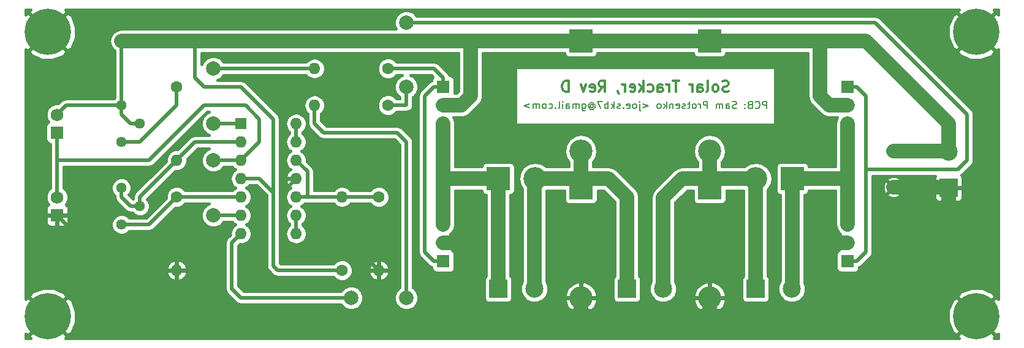
<source format=gbl>
G04 #@! TF.FileFunction,Copper,L2,Bot,Signal*
%FSLAX46Y46*%
G04 Gerber Fmt 4.6, Leading zero omitted, Abs format (unit mm)*
G04 Created by KiCad (PCBNEW 4.0.7+dfsg1-1) date Sun May 13 22:10:31 2018*
%MOMM*%
%LPD*%
G01*
G04 APERTURE LIST*
%ADD10C,0.100000*%
%ADD11C,0.200000*%
%ADD12C,0.300000*%
%ADD13R,2.500000X2.500000*%
%ADD14C,2.500000*%
%ADD15R,1.600000X1.600000*%
%ADD16O,1.600000X1.600000*%
%ADD17C,1.600000*%
%ADD18R,1.800000X1.800000*%
%ADD19O,1.800000X1.800000*%
%ADD20C,1.440000*%
%ADD21R,1.750000X1.750000*%
%ADD22C,1.750000*%
%ADD23R,3.200000X3.200000*%
%ADD24O,3.200000X3.200000*%
%ADD25C,6.400000*%
%ADD26C,2.000000*%
%ADD27C,0.500000*%
%ADD28C,2.000000*%
%ADD29C,0.381000*%
G04 APERTURE END LIST*
D10*
D11*
X128521905Y-39822381D02*
X128521905Y-38822381D01*
X128140952Y-38822381D01*
X128045714Y-38870000D01*
X127998095Y-38917619D01*
X127950476Y-39012857D01*
X127950476Y-39155714D01*
X127998095Y-39250952D01*
X128045714Y-39298571D01*
X128140952Y-39346190D01*
X128521905Y-39346190D01*
X126950476Y-39727143D02*
X126998095Y-39774762D01*
X127140952Y-39822381D01*
X127236190Y-39822381D01*
X127379048Y-39774762D01*
X127474286Y-39679524D01*
X127521905Y-39584286D01*
X127569524Y-39393810D01*
X127569524Y-39250952D01*
X127521905Y-39060476D01*
X127474286Y-38965238D01*
X127379048Y-38870000D01*
X127236190Y-38822381D01*
X127140952Y-38822381D01*
X126998095Y-38870000D01*
X126950476Y-38917619D01*
X126188571Y-39298571D02*
X126045714Y-39346190D01*
X125998095Y-39393810D01*
X125950476Y-39489048D01*
X125950476Y-39631905D01*
X125998095Y-39727143D01*
X126045714Y-39774762D01*
X126140952Y-39822381D01*
X126521905Y-39822381D01*
X126521905Y-38822381D01*
X126188571Y-38822381D01*
X126093333Y-38870000D01*
X126045714Y-38917619D01*
X125998095Y-39012857D01*
X125998095Y-39108095D01*
X126045714Y-39203333D01*
X126093333Y-39250952D01*
X126188571Y-39298571D01*
X126521905Y-39298571D01*
X125521905Y-39727143D02*
X125474286Y-39774762D01*
X125521905Y-39822381D01*
X125569524Y-39774762D01*
X125521905Y-39727143D01*
X125521905Y-39822381D01*
X125521905Y-39203333D02*
X125474286Y-39250952D01*
X125521905Y-39298571D01*
X125569524Y-39250952D01*
X125521905Y-39203333D01*
X125521905Y-39298571D01*
X124331429Y-39774762D02*
X124188572Y-39822381D01*
X123950476Y-39822381D01*
X123855238Y-39774762D01*
X123807619Y-39727143D01*
X123760000Y-39631905D01*
X123760000Y-39536667D01*
X123807619Y-39441429D01*
X123855238Y-39393810D01*
X123950476Y-39346190D01*
X124140953Y-39298571D01*
X124236191Y-39250952D01*
X124283810Y-39203333D01*
X124331429Y-39108095D01*
X124331429Y-39012857D01*
X124283810Y-38917619D01*
X124236191Y-38870000D01*
X124140953Y-38822381D01*
X123902857Y-38822381D01*
X123760000Y-38870000D01*
X122902857Y-39822381D02*
X122902857Y-39298571D01*
X122950476Y-39203333D01*
X123045714Y-39155714D01*
X123236191Y-39155714D01*
X123331429Y-39203333D01*
X122902857Y-39774762D02*
X122998095Y-39822381D01*
X123236191Y-39822381D01*
X123331429Y-39774762D01*
X123379048Y-39679524D01*
X123379048Y-39584286D01*
X123331429Y-39489048D01*
X123236191Y-39441429D01*
X122998095Y-39441429D01*
X122902857Y-39393810D01*
X122426667Y-39822381D02*
X122426667Y-39155714D01*
X122426667Y-39250952D02*
X122379048Y-39203333D01*
X122283810Y-39155714D01*
X122140952Y-39155714D01*
X122045714Y-39203333D01*
X121998095Y-39298571D01*
X121998095Y-39822381D01*
X121998095Y-39298571D02*
X121950476Y-39203333D01*
X121855238Y-39155714D01*
X121712381Y-39155714D01*
X121617143Y-39203333D01*
X121569524Y-39298571D01*
X121569524Y-39822381D01*
X120331429Y-39822381D02*
X120331429Y-38822381D01*
X119950476Y-38822381D01*
X119855238Y-38870000D01*
X119807619Y-38917619D01*
X119760000Y-39012857D01*
X119760000Y-39155714D01*
X119807619Y-39250952D01*
X119855238Y-39298571D01*
X119950476Y-39346190D01*
X120331429Y-39346190D01*
X119331429Y-39822381D02*
X119331429Y-39155714D01*
X119331429Y-39346190D02*
X119283810Y-39250952D01*
X119236191Y-39203333D01*
X119140953Y-39155714D01*
X119045714Y-39155714D01*
X118569524Y-39822381D02*
X118664762Y-39774762D01*
X118712381Y-39727143D01*
X118760000Y-39631905D01*
X118760000Y-39346190D01*
X118712381Y-39250952D01*
X118664762Y-39203333D01*
X118569524Y-39155714D01*
X118426666Y-39155714D01*
X118331428Y-39203333D01*
X118283809Y-39250952D01*
X118236190Y-39346190D01*
X118236190Y-39631905D01*
X118283809Y-39727143D01*
X118331428Y-39774762D01*
X118426666Y-39822381D01*
X118569524Y-39822381D01*
X117950476Y-39155714D02*
X117569524Y-39155714D01*
X117807619Y-38822381D02*
X117807619Y-39679524D01*
X117760000Y-39774762D01*
X117664762Y-39822381D01*
X117569524Y-39822381D01*
X117283809Y-39774762D02*
X117188571Y-39822381D01*
X116998095Y-39822381D01*
X116902856Y-39774762D01*
X116855237Y-39679524D01*
X116855237Y-39631905D01*
X116902856Y-39536667D01*
X116998095Y-39489048D01*
X117140952Y-39489048D01*
X117236190Y-39441429D01*
X117283809Y-39346190D01*
X117283809Y-39298571D01*
X117236190Y-39203333D01*
X117140952Y-39155714D01*
X116998095Y-39155714D01*
X116902856Y-39203333D01*
X116045713Y-39774762D02*
X116140951Y-39822381D01*
X116331428Y-39822381D01*
X116426666Y-39774762D01*
X116474285Y-39679524D01*
X116474285Y-39298571D01*
X116426666Y-39203333D01*
X116331428Y-39155714D01*
X116140951Y-39155714D01*
X116045713Y-39203333D01*
X115998094Y-39298571D01*
X115998094Y-39393810D01*
X116474285Y-39489048D01*
X115569523Y-39155714D02*
X115569523Y-39822381D01*
X115569523Y-39250952D02*
X115521904Y-39203333D01*
X115426666Y-39155714D01*
X115283808Y-39155714D01*
X115188570Y-39203333D01*
X115140951Y-39298571D01*
X115140951Y-39822381D01*
X114664761Y-39822381D02*
X114664761Y-38822381D01*
X114569523Y-39441429D02*
X114283808Y-39822381D01*
X114283808Y-39155714D02*
X114664761Y-39536667D01*
X113712380Y-39822381D02*
X113807618Y-39774762D01*
X113855237Y-39727143D01*
X113902856Y-39631905D01*
X113902856Y-39346190D01*
X113855237Y-39250952D01*
X113807618Y-39203333D01*
X113712380Y-39155714D01*
X113569522Y-39155714D01*
X113474284Y-39203333D01*
X113426665Y-39250952D01*
X113379046Y-39346190D01*
X113379046Y-39631905D01*
X113426665Y-39727143D01*
X113474284Y-39774762D01*
X113569522Y-39822381D01*
X113712380Y-39822381D01*
X111426665Y-39155714D02*
X112188570Y-39441429D01*
X111426665Y-39727143D01*
X110950475Y-39155714D02*
X110950475Y-40012857D01*
X110998094Y-40108095D01*
X111093332Y-40155714D01*
X111140951Y-40155714D01*
X110950475Y-38822381D02*
X110998094Y-38870000D01*
X110950475Y-38917619D01*
X110902856Y-38870000D01*
X110950475Y-38822381D01*
X110950475Y-38917619D01*
X110331428Y-39822381D02*
X110426666Y-39774762D01*
X110474285Y-39727143D01*
X110521904Y-39631905D01*
X110521904Y-39346190D01*
X110474285Y-39250952D01*
X110426666Y-39203333D01*
X110331428Y-39155714D01*
X110188570Y-39155714D01*
X110093332Y-39203333D01*
X110045713Y-39250952D01*
X109998094Y-39346190D01*
X109998094Y-39631905D01*
X110045713Y-39727143D01*
X110093332Y-39774762D01*
X110188570Y-39822381D01*
X110331428Y-39822381D01*
X109188570Y-39774762D02*
X109283808Y-39822381D01*
X109474285Y-39822381D01*
X109569523Y-39774762D01*
X109617142Y-39679524D01*
X109617142Y-39298571D01*
X109569523Y-39203333D01*
X109474285Y-39155714D01*
X109283808Y-39155714D01*
X109188570Y-39203333D01*
X109140951Y-39298571D01*
X109140951Y-39393810D01*
X109617142Y-39489048D01*
X108712380Y-39727143D02*
X108664761Y-39774762D01*
X108712380Y-39822381D01*
X108759999Y-39774762D01*
X108712380Y-39727143D01*
X108712380Y-39822381D01*
X108283809Y-39774762D02*
X108188571Y-39822381D01*
X107998095Y-39822381D01*
X107902856Y-39774762D01*
X107855237Y-39679524D01*
X107855237Y-39631905D01*
X107902856Y-39536667D01*
X107998095Y-39489048D01*
X108140952Y-39489048D01*
X108236190Y-39441429D01*
X108283809Y-39346190D01*
X108283809Y-39298571D01*
X108236190Y-39203333D01*
X108140952Y-39155714D01*
X107998095Y-39155714D01*
X107902856Y-39203333D01*
X107426666Y-39822381D02*
X107426666Y-38822381D01*
X107331428Y-39441429D02*
X107045713Y-39822381D01*
X107045713Y-39155714D02*
X107426666Y-39536667D01*
X106617142Y-39822381D02*
X106617142Y-38822381D01*
X106617142Y-39203333D02*
X106521904Y-39155714D01*
X106331427Y-39155714D01*
X106236189Y-39203333D01*
X106188570Y-39250952D01*
X106140951Y-39346190D01*
X106140951Y-39631905D01*
X106188570Y-39727143D01*
X106236189Y-39774762D01*
X106331427Y-39822381D01*
X106521904Y-39822381D01*
X106617142Y-39774762D01*
X105807618Y-38822381D02*
X105140951Y-38822381D01*
X105569523Y-39822381D01*
X104140951Y-39346190D02*
X104188570Y-39298571D01*
X104283808Y-39250952D01*
X104379046Y-39250952D01*
X104474284Y-39298571D01*
X104521904Y-39346190D01*
X104569523Y-39441429D01*
X104569523Y-39536667D01*
X104521904Y-39631905D01*
X104474284Y-39679524D01*
X104379046Y-39727143D01*
X104283808Y-39727143D01*
X104188570Y-39679524D01*
X104140951Y-39631905D01*
X104140951Y-39250952D02*
X104140951Y-39631905D01*
X104093332Y-39679524D01*
X104045713Y-39679524D01*
X103950475Y-39631905D01*
X103902856Y-39536667D01*
X103902856Y-39298571D01*
X103998094Y-39155714D01*
X104140951Y-39060476D01*
X104331427Y-39012857D01*
X104521904Y-39060476D01*
X104664761Y-39155714D01*
X104759999Y-39298571D01*
X104807618Y-39489048D01*
X104759999Y-39679524D01*
X104664761Y-39822381D01*
X104521904Y-39917619D01*
X104331427Y-39965238D01*
X104140951Y-39917619D01*
X103998094Y-39822381D01*
X103045713Y-39155714D02*
X103045713Y-39965238D01*
X103093332Y-40060476D01*
X103140951Y-40108095D01*
X103236190Y-40155714D01*
X103379047Y-40155714D01*
X103474285Y-40108095D01*
X103045713Y-39774762D02*
X103140951Y-39822381D01*
X103331428Y-39822381D01*
X103426666Y-39774762D01*
X103474285Y-39727143D01*
X103521904Y-39631905D01*
X103521904Y-39346190D01*
X103474285Y-39250952D01*
X103426666Y-39203333D01*
X103331428Y-39155714D01*
X103140951Y-39155714D01*
X103045713Y-39203333D01*
X102569523Y-39822381D02*
X102569523Y-39155714D01*
X102569523Y-39250952D02*
X102521904Y-39203333D01*
X102426666Y-39155714D01*
X102283808Y-39155714D01*
X102188570Y-39203333D01*
X102140951Y-39298571D01*
X102140951Y-39822381D01*
X102140951Y-39298571D02*
X102093332Y-39203333D01*
X101998094Y-39155714D01*
X101855237Y-39155714D01*
X101759999Y-39203333D01*
X101712380Y-39298571D01*
X101712380Y-39822381D01*
X100807618Y-39822381D02*
X100807618Y-39298571D01*
X100855237Y-39203333D01*
X100950475Y-39155714D01*
X101140952Y-39155714D01*
X101236190Y-39203333D01*
X100807618Y-39774762D02*
X100902856Y-39822381D01*
X101140952Y-39822381D01*
X101236190Y-39774762D01*
X101283809Y-39679524D01*
X101283809Y-39584286D01*
X101236190Y-39489048D01*
X101140952Y-39441429D01*
X100902856Y-39441429D01*
X100807618Y-39393810D01*
X100331428Y-39822381D02*
X100331428Y-39155714D01*
X100331428Y-38822381D02*
X100379047Y-38870000D01*
X100331428Y-38917619D01*
X100283809Y-38870000D01*
X100331428Y-38822381D01*
X100331428Y-38917619D01*
X99712381Y-39822381D02*
X99807619Y-39774762D01*
X99855238Y-39679524D01*
X99855238Y-38822381D01*
X99331428Y-39727143D02*
X99283809Y-39774762D01*
X99331428Y-39822381D01*
X99379047Y-39774762D01*
X99331428Y-39727143D01*
X99331428Y-39822381D01*
X98426666Y-39774762D02*
X98521904Y-39822381D01*
X98712381Y-39822381D01*
X98807619Y-39774762D01*
X98855238Y-39727143D01*
X98902857Y-39631905D01*
X98902857Y-39346190D01*
X98855238Y-39250952D01*
X98807619Y-39203333D01*
X98712381Y-39155714D01*
X98521904Y-39155714D01*
X98426666Y-39203333D01*
X97855238Y-39822381D02*
X97950476Y-39774762D01*
X97998095Y-39727143D01*
X98045714Y-39631905D01*
X98045714Y-39346190D01*
X97998095Y-39250952D01*
X97950476Y-39203333D01*
X97855238Y-39155714D01*
X97712380Y-39155714D01*
X97617142Y-39203333D01*
X97569523Y-39250952D01*
X97521904Y-39346190D01*
X97521904Y-39631905D01*
X97569523Y-39727143D01*
X97617142Y-39774762D01*
X97712380Y-39822381D01*
X97855238Y-39822381D01*
X97093333Y-39822381D02*
X97093333Y-39155714D01*
X97093333Y-39250952D02*
X97045714Y-39203333D01*
X96950476Y-39155714D01*
X96807618Y-39155714D01*
X96712380Y-39203333D01*
X96664761Y-39298571D01*
X96664761Y-39822381D01*
X96664761Y-39298571D02*
X96617142Y-39203333D01*
X96521904Y-39155714D01*
X96379047Y-39155714D01*
X96283809Y-39203333D01*
X96236190Y-39298571D01*
X96236190Y-39822381D01*
X95760000Y-39155714D02*
X94998095Y-39441429D01*
X95760000Y-39727143D01*
D12*
X123259999Y-37437143D02*
X123045713Y-37508571D01*
X122688570Y-37508571D01*
X122545713Y-37437143D01*
X122474284Y-37365714D01*
X122402856Y-37222857D01*
X122402856Y-37080000D01*
X122474284Y-36937143D01*
X122545713Y-36865714D01*
X122688570Y-36794286D01*
X122974284Y-36722857D01*
X123117142Y-36651429D01*
X123188570Y-36580000D01*
X123259999Y-36437143D01*
X123259999Y-36294286D01*
X123188570Y-36151429D01*
X123117142Y-36080000D01*
X122974284Y-36008571D01*
X122617142Y-36008571D01*
X122402856Y-36080000D01*
X121545713Y-37508571D02*
X121688571Y-37437143D01*
X121759999Y-37365714D01*
X121831428Y-37222857D01*
X121831428Y-36794286D01*
X121759999Y-36651429D01*
X121688571Y-36580000D01*
X121545713Y-36508571D01*
X121331428Y-36508571D01*
X121188571Y-36580000D01*
X121117142Y-36651429D01*
X121045713Y-36794286D01*
X121045713Y-37222857D01*
X121117142Y-37365714D01*
X121188571Y-37437143D01*
X121331428Y-37508571D01*
X121545713Y-37508571D01*
X120188570Y-37508571D02*
X120331428Y-37437143D01*
X120402856Y-37294286D01*
X120402856Y-36008571D01*
X118974285Y-37508571D02*
X118974285Y-36722857D01*
X119045714Y-36580000D01*
X119188571Y-36508571D01*
X119474285Y-36508571D01*
X119617142Y-36580000D01*
X118974285Y-37437143D02*
X119117142Y-37508571D01*
X119474285Y-37508571D01*
X119617142Y-37437143D01*
X119688571Y-37294286D01*
X119688571Y-37151429D01*
X119617142Y-37008571D01*
X119474285Y-36937143D01*
X119117142Y-36937143D01*
X118974285Y-36865714D01*
X118259999Y-37508571D02*
X118259999Y-36508571D01*
X118259999Y-36794286D02*
X118188571Y-36651429D01*
X118117142Y-36580000D01*
X117974285Y-36508571D01*
X117831428Y-36508571D01*
X116402857Y-36008571D02*
X115545714Y-36008571D01*
X115974285Y-37508571D02*
X115974285Y-36008571D01*
X115045714Y-37508571D02*
X115045714Y-36508571D01*
X115045714Y-36794286D02*
X114974286Y-36651429D01*
X114902857Y-36580000D01*
X114760000Y-36508571D01*
X114617143Y-36508571D01*
X113474286Y-37508571D02*
X113474286Y-36722857D01*
X113545715Y-36580000D01*
X113688572Y-36508571D01*
X113974286Y-36508571D01*
X114117143Y-36580000D01*
X113474286Y-37437143D02*
X113617143Y-37508571D01*
X113974286Y-37508571D01*
X114117143Y-37437143D01*
X114188572Y-37294286D01*
X114188572Y-37151429D01*
X114117143Y-37008571D01*
X113974286Y-36937143D01*
X113617143Y-36937143D01*
X113474286Y-36865714D01*
X112117143Y-37437143D02*
X112260000Y-37508571D01*
X112545714Y-37508571D01*
X112688572Y-37437143D01*
X112760000Y-37365714D01*
X112831429Y-37222857D01*
X112831429Y-36794286D01*
X112760000Y-36651429D01*
X112688572Y-36580000D01*
X112545714Y-36508571D01*
X112260000Y-36508571D01*
X112117143Y-36580000D01*
X111474286Y-37508571D02*
X111474286Y-36008571D01*
X111331429Y-36937143D02*
X110902858Y-37508571D01*
X110902858Y-36508571D02*
X111474286Y-37080000D01*
X109688572Y-37437143D02*
X109831429Y-37508571D01*
X110117143Y-37508571D01*
X110260000Y-37437143D01*
X110331429Y-37294286D01*
X110331429Y-36722857D01*
X110260000Y-36580000D01*
X110117143Y-36508571D01*
X109831429Y-36508571D01*
X109688572Y-36580000D01*
X109617143Y-36722857D01*
X109617143Y-36865714D01*
X110331429Y-37008571D01*
X108974286Y-37508571D02*
X108974286Y-36508571D01*
X108974286Y-36794286D02*
X108902858Y-36651429D01*
X108831429Y-36580000D01*
X108688572Y-36508571D01*
X108545715Y-36508571D01*
X107974287Y-37437143D02*
X107974287Y-37508571D01*
X108045715Y-37651429D01*
X108117144Y-37722857D01*
X105331429Y-37508571D02*
X105831429Y-36794286D01*
X106188572Y-37508571D02*
X106188572Y-36008571D01*
X105617144Y-36008571D01*
X105474286Y-36080000D01*
X105402858Y-36151429D01*
X105331429Y-36294286D01*
X105331429Y-36508571D01*
X105402858Y-36651429D01*
X105474286Y-36722857D01*
X105617144Y-36794286D01*
X106188572Y-36794286D01*
X104117144Y-37437143D02*
X104260001Y-37508571D01*
X104545715Y-37508571D01*
X104688572Y-37437143D01*
X104760001Y-37294286D01*
X104760001Y-36722857D01*
X104688572Y-36580000D01*
X104545715Y-36508571D01*
X104260001Y-36508571D01*
X104117144Y-36580000D01*
X104045715Y-36722857D01*
X104045715Y-36865714D01*
X104760001Y-37008571D01*
X103545715Y-36508571D02*
X103188572Y-37508571D01*
X102831430Y-36508571D01*
X101117144Y-37508571D02*
X101117144Y-36008571D01*
X100760001Y-36008571D01*
X100545716Y-36080000D01*
X100402858Y-36222857D01*
X100331430Y-36365714D01*
X100260001Y-36651429D01*
X100260001Y-36865714D01*
X100331430Y-37151429D01*
X100402858Y-37294286D01*
X100545716Y-37437143D01*
X100760001Y-37508571D01*
X101117144Y-37508571D01*
D13*
X127000000Y-64770000D03*
D14*
X132000000Y-64770000D03*
D15*
X55880000Y-41910000D03*
D16*
X63500000Y-57150000D03*
X55880000Y-44450000D03*
X63500000Y-54610000D03*
X55880000Y-46990000D03*
X63500000Y-52070000D03*
X55880000Y-49530000D03*
X63500000Y-49530000D03*
X55880000Y-52070000D03*
X63500000Y-46990000D03*
X55880000Y-54610000D03*
X63500000Y-44450000D03*
X55880000Y-57150000D03*
X63500000Y-41910000D03*
D13*
X153670000Y-50800000D03*
D14*
X153670000Y-45800000D03*
D17*
X146050000Y-45720000D03*
X146050000Y-50720000D03*
D13*
X109220000Y-64770000D03*
D14*
X114220000Y-64770000D03*
D18*
X83820000Y-36830000D03*
D19*
X83820000Y-39370000D03*
X83820000Y-41910000D03*
D18*
X139700000Y-36830000D03*
D19*
X139700000Y-39370000D03*
X139700000Y-41910000D03*
D18*
X83820000Y-60960000D03*
D19*
X83820000Y-58420000D03*
X83820000Y-55880000D03*
D18*
X139700000Y-60960000D03*
D19*
X139700000Y-58420000D03*
X139700000Y-55880000D03*
D17*
X46990000Y-36830000D03*
D16*
X46990000Y-46990000D03*
D17*
X46990000Y-52070000D03*
D16*
X46990000Y-62230000D03*
D17*
X69850000Y-62230000D03*
D16*
X69850000Y-52070000D03*
D17*
X74930000Y-52070000D03*
D16*
X74930000Y-62230000D03*
D20*
X39370000Y-39370000D03*
X41910000Y-41910000D03*
X39370000Y-44450000D03*
X39370000Y-50800000D03*
X41910000Y-53340000D03*
X39370000Y-55880000D03*
D13*
X91440000Y-64770000D03*
D14*
X96440000Y-64770000D03*
D21*
X30480000Y-43180000D03*
D22*
X30480000Y-40680000D03*
D21*
X30480000Y-54610000D03*
D22*
X30480000Y-52110000D03*
D23*
X91440000Y-49530000D03*
D24*
X96520000Y-49530000D03*
D23*
X132080000Y-49530000D03*
D24*
X127000000Y-49530000D03*
D23*
X102870000Y-30480000D03*
D24*
X102870000Y-45720000D03*
D23*
X120650000Y-30480000D03*
D24*
X120650000Y-45720000D03*
D23*
X102870000Y-50800000D03*
D24*
X102870000Y-66040000D03*
D23*
X120650000Y-50800000D03*
D24*
X120650000Y-66040000D03*
D25*
X29210000Y-29210000D03*
X157480000Y-29210000D03*
X29210000Y-68580000D03*
X157480000Y-68580000D03*
D17*
X76200000Y-34290000D03*
D16*
X66040000Y-34290000D03*
D17*
X76200000Y-39370000D03*
D16*
X66040000Y-39370000D03*
D26*
X78740000Y-36830000D03*
X78740000Y-27940000D03*
X52070000Y-46990000D03*
X52070000Y-54610000D03*
X52070000Y-34290000D03*
X52070000Y-41910000D03*
X71120000Y-66040000D03*
X78740000Y-66040000D03*
D27*
X46990000Y-62230000D02*
X38100000Y-62230000D01*
X38100000Y-62230000D02*
X30480000Y-54610000D01*
X46990000Y-62230000D02*
X46990000Y-68580000D01*
D28*
X153670000Y-50800000D02*
X153670000Y-57150000D01*
X153670000Y-57150000D02*
X142240000Y-68580000D01*
X142240000Y-68580000D02*
X135890000Y-68580000D01*
X120650000Y-66040000D02*
X120650000Y-68580000D01*
X102870000Y-66040000D02*
X102870000Y-68580000D01*
X139700000Y-58420000D02*
X137160000Y-58420000D01*
X135890000Y-59690000D02*
X135890000Y-68580000D01*
X137160000Y-58420000D02*
X135890000Y-59690000D01*
X83820000Y-58420000D02*
X86360000Y-58420000D01*
X87630000Y-59690000D02*
X87630000Y-68580000D01*
X86360000Y-58420000D02*
X87630000Y-59690000D01*
X87630000Y-68580000D02*
X74930000Y-68580000D01*
X146050000Y-50720000D02*
X153590000Y-50720000D01*
X153590000Y-50720000D02*
X153670000Y-50800000D01*
D27*
X63500000Y-49530000D02*
X61595000Y-51435000D01*
X61595000Y-51435000D02*
X61595000Y-57785000D01*
X61595000Y-57785000D02*
X63500000Y-59690000D01*
X63500000Y-59690000D02*
X72390000Y-59690000D01*
X72390000Y-59690000D02*
X74930000Y-62230000D01*
D28*
X39370000Y-68580000D02*
X46990000Y-68580000D01*
X46990000Y-68580000D02*
X73660000Y-68580000D01*
X73660000Y-68580000D02*
X74930000Y-68580000D01*
D27*
X74930000Y-62230000D02*
X74930000Y-68580000D01*
D28*
X102870000Y-68580000D02*
X87630000Y-68580000D01*
X135890000Y-68580000D02*
X120650000Y-68580000D01*
X120650000Y-68580000D02*
X102870000Y-68580000D01*
X102870000Y-50800000D02*
X102870000Y-45720000D01*
X109220000Y-64770000D02*
X109220000Y-52070000D01*
X106680000Y-49530000D02*
X102870000Y-49530000D01*
X109220000Y-52070000D02*
X106680000Y-49530000D01*
X96520000Y-49530000D02*
X102870000Y-49530000D01*
X96440000Y-64770000D02*
X96440000Y-49610000D01*
X96440000Y-49610000D02*
X96520000Y-49530000D01*
X96520000Y-64690000D02*
X96440000Y-64770000D01*
X120650000Y-50800000D02*
X120650000Y-45720000D01*
X114220000Y-64770000D02*
X114220000Y-52150000D01*
X116840000Y-49530000D02*
X120650000Y-49530000D01*
X114220000Y-52150000D02*
X116840000Y-49530000D01*
X127000000Y-49530000D02*
X120650000Y-49530000D01*
X127000000Y-49530000D02*
X127000000Y-64770000D01*
D27*
X76200000Y-34290000D02*
X82550000Y-34290000D01*
X83820000Y-35560000D02*
X83820000Y-36830000D01*
X82550000Y-34290000D02*
X83820000Y-35560000D01*
X83820000Y-36830000D02*
X82550000Y-36830000D01*
X82550000Y-36830000D02*
X81280000Y-38100000D01*
X82550000Y-60960000D02*
X83820000Y-60960000D01*
X81280000Y-59690000D02*
X82550000Y-60960000D01*
X81280000Y-38100000D02*
X81280000Y-59690000D01*
X76200000Y-39370000D02*
X78740000Y-39370000D01*
X156210000Y-40640000D02*
X143510000Y-27940000D01*
X78740000Y-36830000D02*
X78740000Y-39370000D01*
X143510000Y-27940000D02*
X78740000Y-27940000D01*
X154940000Y-48260000D02*
X142240000Y-48260000D01*
X156210000Y-46990000D02*
X156210000Y-40640000D01*
X154940000Y-48260000D02*
X156210000Y-46990000D01*
X139700000Y-36830000D02*
X140970000Y-36830000D01*
X142240000Y-38100000D02*
X142240000Y-48260000D01*
X140970000Y-36830000D02*
X142240000Y-38100000D01*
X140970000Y-60960000D02*
X139700000Y-60960000D01*
X142240000Y-59690000D02*
X140970000Y-60960000D01*
X142240000Y-48260000D02*
X142240000Y-59690000D01*
X39370000Y-44450000D02*
X41910000Y-44450000D01*
X46990000Y-39370000D02*
X46990000Y-36830000D01*
X41910000Y-44450000D02*
X46990000Y-39370000D01*
X46990000Y-36830000D02*
X46990000Y-36465602D01*
X39370000Y-52070000D02*
X39370000Y-50800000D01*
X40640000Y-53340000D02*
X39370000Y-52070000D01*
X41910000Y-53340000D02*
X40640000Y-53340000D01*
X46990000Y-46990000D02*
X41910000Y-52070000D01*
X41910000Y-53340000D02*
X41910000Y-52321767D01*
X46990000Y-46990000D02*
X49530000Y-44450000D01*
X49530000Y-44450000D02*
X55880000Y-44450000D01*
X41910000Y-52070000D02*
X41910000Y-53340000D01*
X41910000Y-55880000D02*
X43180000Y-55880000D01*
X39370000Y-55880000D02*
X41910000Y-55880000D01*
X43180000Y-55880000D02*
X46990000Y-52070000D01*
X55880000Y-52070000D02*
X48260000Y-52070000D01*
X48260000Y-52070000D02*
X46990000Y-52070000D01*
X63500000Y-54610000D02*
X63500000Y-57150000D01*
X63500000Y-41910000D02*
X63500000Y-44450000D01*
D28*
X91440000Y-49530000D02*
X83820000Y-49530000D01*
X91440000Y-49530000D02*
X91440000Y-64770000D01*
X83820000Y-41910000D02*
X83820000Y-49530000D01*
X83820000Y-49530000D02*
X83820000Y-55880000D01*
X132080000Y-49530000D02*
X139700000Y-49530000D01*
X132080000Y-49530000D02*
X132080000Y-64690000D01*
X132080000Y-64690000D02*
X132000000Y-64770000D01*
X132080000Y-64690000D02*
X132000000Y-64770000D01*
X139700000Y-41910000D02*
X139700000Y-49530000D01*
X139700000Y-49530000D02*
X139700000Y-55880000D01*
D27*
X60325000Y-51435000D02*
X60325000Y-61595000D01*
X68580000Y-62230000D02*
X69850000Y-62230000D01*
X60325000Y-61595000D02*
X60960000Y-62230000D01*
X60960000Y-62230000D02*
X68580000Y-62230000D01*
X39370000Y-40640000D02*
X39370000Y-39370000D01*
X40640000Y-41910000D02*
X39370000Y-40640000D01*
X41910000Y-41910000D02*
X40640000Y-41910000D01*
X30480000Y-40680000D02*
X30480000Y-40640000D01*
X30480000Y-40640000D02*
X31750000Y-39370000D01*
X31750000Y-39370000D02*
X39370000Y-39370000D01*
X39370000Y-36830000D02*
X39370000Y-39370000D01*
D28*
X153670000Y-45800000D02*
X153670000Y-41910000D01*
X153670000Y-41910000D02*
X142240000Y-30480000D01*
D27*
X49530000Y-30480000D02*
X49530000Y-35560000D01*
X50800000Y-36830000D02*
X55880000Y-36830000D01*
X55880000Y-36830000D02*
X60325000Y-41275000D01*
X49530000Y-35560000D02*
X50800000Y-36830000D01*
X60325000Y-41275000D02*
X60325000Y-51435000D01*
X39370000Y-36830000D02*
X39370000Y-30480000D01*
D28*
X59690000Y-30480000D02*
X87630000Y-30480000D01*
X59690000Y-30480000D02*
X49530000Y-30480000D01*
X49530000Y-30480000D02*
X39370000Y-30480000D01*
X139700000Y-39370000D02*
X137160000Y-39370000D01*
X135890000Y-38100000D02*
X135890000Y-30480000D01*
X137160000Y-39370000D02*
X135890000Y-38100000D01*
X83820000Y-39370000D02*
X86360000Y-39370000D01*
X86360000Y-39370000D02*
X87630000Y-38100000D01*
X87630000Y-38100000D02*
X87630000Y-30480000D01*
X142240000Y-30480000D02*
X135890000Y-30480000D01*
X135890000Y-30480000D02*
X120650000Y-30480000D01*
X120650000Y-30480000D02*
X102870000Y-30480000D01*
X102870000Y-30480000D02*
X87630000Y-30480000D01*
X146050000Y-45720000D02*
X153590000Y-45720000D01*
X153590000Y-45720000D02*
X153670000Y-45800000D01*
D27*
X59690000Y-50800000D02*
X60325000Y-51435000D01*
X59690000Y-50800000D02*
X58420000Y-49530000D01*
X58420000Y-49530000D02*
X55880000Y-49530000D01*
X30480000Y-46990000D02*
X43180000Y-46990000D01*
X56515000Y-39370000D02*
X58420000Y-41275000D01*
X58420000Y-41275000D02*
X58420000Y-44450000D01*
X58420000Y-44450000D02*
X55880000Y-46990000D01*
X50800000Y-39370000D02*
X56515000Y-39370000D01*
X44450000Y-45720000D02*
X50800000Y-39370000D01*
X43180000Y-46990000D02*
X44450000Y-45720000D01*
X30480000Y-45720000D02*
X30480000Y-43180000D01*
X30480000Y-52070000D02*
X30480000Y-46990000D01*
X30480000Y-46990000D02*
X30480000Y-45720000D01*
X55880000Y-46990000D02*
X52070000Y-46990000D01*
X52070000Y-54610000D02*
X55880000Y-54610000D01*
X64770000Y-52070000D02*
X69850000Y-52070000D01*
X63500000Y-52070000D02*
X64770000Y-52070000D01*
X65050001Y-48540001D02*
X65050001Y-51789999D01*
X65050001Y-51789999D02*
X64770000Y-52070000D01*
X63500000Y-46990000D02*
X65050001Y-48540001D01*
X69850000Y-52070000D02*
X74930000Y-52070000D01*
X52070000Y-34290000D02*
X66040000Y-34290000D01*
X55880000Y-41910000D02*
X52070000Y-41910000D01*
X66040000Y-39370000D02*
X66040000Y-41910000D01*
X55880000Y-66040000D02*
X68580000Y-66040000D01*
X54610000Y-64770000D02*
X55880000Y-66040000D01*
X54610000Y-58420000D02*
X54610000Y-64770000D01*
X54610000Y-58420000D02*
X55880000Y-57150000D01*
X71120000Y-66040000D02*
X68580000Y-66040000D01*
X78740000Y-44450000D02*
X78740000Y-66040000D01*
X77470000Y-43180000D02*
X78740000Y-44450000D01*
X67310000Y-43180000D02*
X77470000Y-43180000D01*
X66040000Y-41910000D02*
X67310000Y-43180000D01*
D29*
G36*
X26568094Y-26478291D02*
X29210000Y-29120197D01*
X31851906Y-26478291D01*
X31625775Y-26148500D01*
X155064225Y-26148500D01*
X154838094Y-26478291D01*
X157480000Y-29120197D01*
X160121906Y-26478291D01*
X159895775Y-26148500D01*
X160541500Y-26148500D01*
X160541500Y-26794225D01*
X160211709Y-26568094D01*
X157569803Y-29210000D01*
X160211709Y-31851906D01*
X160541500Y-31625775D01*
X160541500Y-66164225D01*
X160211709Y-65938094D01*
X157569803Y-68580000D01*
X160211709Y-71221906D01*
X160541500Y-70995775D01*
X160541500Y-71641500D01*
X159895775Y-71641500D01*
X160121906Y-71311709D01*
X157480000Y-68669803D01*
X154838094Y-71311709D01*
X155064225Y-71641500D01*
X31625775Y-71641500D01*
X31851906Y-71311709D01*
X29210000Y-68669803D01*
X26568094Y-71311709D01*
X26794225Y-71641500D01*
X26148500Y-71641500D01*
X26148500Y-70995775D01*
X26478291Y-71221906D01*
X29120197Y-68580000D01*
X29299803Y-68580000D01*
X31941709Y-71221906D01*
X32462656Y-70864703D01*
X33089380Y-69446053D01*
X33093611Y-69264446D01*
X153564496Y-69264446D01*
X154124472Y-70710744D01*
X154227344Y-70864703D01*
X154748291Y-71221906D01*
X157390197Y-68580000D01*
X154748291Y-65938094D01*
X154227344Y-66295297D01*
X153600620Y-67713947D01*
X153564496Y-69264446D01*
X33093611Y-69264446D01*
X33125504Y-67895554D01*
X32565528Y-66449256D01*
X32462656Y-66295297D01*
X31941709Y-65938094D01*
X29299803Y-68580000D01*
X29120197Y-68580000D01*
X26478291Y-65938094D01*
X26148500Y-66164225D01*
X26148500Y-65848291D01*
X26568094Y-65848291D01*
X29210000Y-68490197D01*
X31851906Y-65848291D01*
X31494703Y-65327344D01*
X30076053Y-64700620D01*
X28525554Y-64664496D01*
X27079256Y-65224472D01*
X26925297Y-65327344D01*
X26568094Y-65848291D01*
X26148500Y-65848291D01*
X26148500Y-62526925D01*
X45521207Y-62526925D01*
X45746640Y-63066406D01*
X46161364Y-63478552D01*
X46693075Y-63698788D01*
X46926500Y-63552351D01*
X46926500Y-62293500D01*
X47053500Y-62293500D01*
X47053500Y-63552351D01*
X47286925Y-63698788D01*
X47818636Y-63478552D01*
X48233360Y-63066406D01*
X48458793Y-62526925D01*
X48312534Y-62293500D01*
X47053500Y-62293500D01*
X46926500Y-62293500D01*
X45667466Y-62293500D01*
X45521207Y-62526925D01*
X26148500Y-62526925D01*
X26148500Y-61933075D01*
X45521207Y-61933075D01*
X45667466Y-62166500D01*
X46926500Y-62166500D01*
X46926500Y-60907649D01*
X47053500Y-60907649D01*
X47053500Y-62166500D01*
X48312534Y-62166500D01*
X48458793Y-61933075D01*
X48233360Y-61393594D01*
X47818636Y-60981448D01*
X47286925Y-60761212D01*
X47053500Y-60907649D01*
X46926500Y-60907649D01*
X46693075Y-60761212D01*
X46161364Y-60981448D01*
X45746640Y-61393594D01*
X45521207Y-61933075D01*
X26148500Y-61933075D01*
X26148500Y-54848125D01*
X28906500Y-54848125D01*
X28906500Y-55623940D01*
X29012840Y-55880668D01*
X29209331Y-56077160D01*
X29466059Y-56183500D01*
X30241875Y-56183500D01*
X30416500Y-56008875D01*
X30416500Y-54673500D01*
X30543500Y-54673500D01*
X30543500Y-56008875D01*
X30718125Y-56183500D01*
X31493941Y-56183500D01*
X31750669Y-56077160D01*
X31947160Y-55880668D01*
X32053500Y-55623940D01*
X32053500Y-54848125D01*
X31878875Y-54673500D01*
X30543500Y-54673500D01*
X30416500Y-54673500D01*
X29081125Y-54673500D01*
X28906500Y-54848125D01*
X26148500Y-54848125D01*
X26148500Y-42305000D01*
X28892816Y-42305000D01*
X28892816Y-44055000D01*
X28941522Y-44313849D01*
X29094501Y-44551585D01*
X29327921Y-44711074D01*
X29531500Y-44752300D01*
X29531500Y-50833520D01*
X29146829Y-51217520D01*
X28906773Y-51795638D01*
X28906227Y-52421615D01*
X29145274Y-53000152D01*
X29264784Y-53119871D01*
X29209331Y-53142840D01*
X29012840Y-53339332D01*
X28906500Y-53596060D01*
X28906500Y-54371875D01*
X29081125Y-54546500D01*
X30416500Y-54546500D01*
X30416500Y-54526500D01*
X30543500Y-54526500D01*
X30543500Y-54546500D01*
X31878875Y-54546500D01*
X32053500Y-54371875D01*
X32053500Y-53596060D01*
X31947160Y-53339332D01*
X31750669Y-53142840D01*
X31695470Y-53119976D01*
X31813171Y-53002480D01*
X32053227Y-52424362D01*
X32053773Y-51798385D01*
X31814726Y-51219848D01*
X31428500Y-50832947D01*
X31428500Y-47938500D01*
X43180000Y-47938500D01*
X43542976Y-47866300D01*
X43850691Y-47660691D01*
X51192882Y-40318500D01*
X51473957Y-40318500D01*
X51109134Y-40469242D01*
X50630921Y-40946621D01*
X50371795Y-41570665D01*
X50371205Y-42246370D01*
X50629242Y-42870866D01*
X51106621Y-43349079D01*
X51473691Y-43501500D01*
X49530000Y-43501500D01*
X49167025Y-43573700D01*
X48859309Y-43779309D01*
X48859307Y-43779312D01*
X47145537Y-45493081D01*
X46990000Y-45462143D01*
X46416549Y-45576210D01*
X45930400Y-45901043D01*
X45605567Y-46387192D01*
X45491500Y-46960643D01*
X45491500Y-47019357D01*
X45512697Y-47125921D01*
X41239309Y-51399309D01*
X41033700Y-51707024D01*
X41025450Y-51748500D01*
X40961500Y-52070000D01*
X40961500Y-52282532D01*
X40942691Y-52301309D01*
X40408754Y-51767372D01*
X40571845Y-51604565D01*
X40788253Y-51083395D01*
X40788746Y-50519081D01*
X40573247Y-49997534D01*
X40174565Y-49598155D01*
X39653395Y-49381747D01*
X39089081Y-49381254D01*
X38567534Y-49596753D01*
X38168155Y-49995435D01*
X37951747Y-50516605D01*
X37951254Y-51080919D01*
X38166753Y-51602466D01*
X38421500Y-51857658D01*
X38421500Y-52070000D01*
X38493700Y-52432976D01*
X38699309Y-52740691D01*
X39969309Y-54010691D01*
X40277024Y-54216300D01*
X40640000Y-54288500D01*
X40852532Y-54288500D01*
X41105435Y-54541845D01*
X41626605Y-54758253D01*
X42190919Y-54758746D01*
X42712466Y-54543247D01*
X43111845Y-54144565D01*
X43328253Y-53623395D01*
X43328746Y-53059081D01*
X43113247Y-52537534D01*
X42948691Y-52372691D01*
X46834463Y-48486919D01*
X46990000Y-48517857D01*
X47563451Y-48403790D01*
X48049600Y-48078957D01*
X48374433Y-47592808D01*
X48488500Y-47019357D01*
X48488500Y-46960643D01*
X48467303Y-46854079D01*
X49922881Y-45398500D01*
X51473957Y-45398500D01*
X51109134Y-45549242D01*
X50630921Y-46026621D01*
X50371795Y-46650665D01*
X50371205Y-47326370D01*
X50629242Y-47950866D01*
X51106621Y-48429079D01*
X51730665Y-48688205D01*
X52406370Y-48688795D01*
X53030866Y-48430758D01*
X53509079Y-47953379D01*
X53515257Y-47938500D01*
X54716809Y-47938500D01*
X54791043Y-48049600D01*
X55105930Y-48260000D01*
X54791043Y-48470400D01*
X54466210Y-48956549D01*
X54352143Y-49530000D01*
X54466210Y-50103451D01*
X54791043Y-50589600D01*
X55105930Y-50800000D01*
X54791043Y-51010400D01*
X54716809Y-51121500D01*
X48160506Y-51121500D01*
X47839940Y-50800375D01*
X47289378Y-50571761D01*
X46693238Y-50571241D01*
X46142277Y-50798893D01*
X45720375Y-51220060D01*
X45491761Y-51770622D01*
X45491363Y-52227255D01*
X42787118Y-54931500D01*
X40427468Y-54931500D01*
X40174565Y-54678155D01*
X39653395Y-54461747D01*
X39089081Y-54461254D01*
X38567534Y-54676753D01*
X38168155Y-55075435D01*
X37951747Y-55596605D01*
X37951254Y-56160919D01*
X38166753Y-56682466D01*
X38565435Y-57081845D01*
X39086605Y-57298253D01*
X39650919Y-57298746D01*
X40172466Y-57083247D01*
X40427658Y-56828500D01*
X43180000Y-56828500D01*
X43542976Y-56756300D01*
X43850691Y-56550691D01*
X46833019Y-53568363D01*
X47286762Y-53568759D01*
X47837723Y-53341107D01*
X48160893Y-53018500D01*
X51473957Y-53018500D01*
X51109134Y-53169242D01*
X50630921Y-53646621D01*
X50371795Y-54270665D01*
X50371205Y-54946370D01*
X50629242Y-55570866D01*
X51106621Y-56049079D01*
X51730665Y-56308205D01*
X52406370Y-56308795D01*
X53030866Y-56050758D01*
X53509079Y-55573379D01*
X53515257Y-55558500D01*
X54716809Y-55558500D01*
X54791043Y-55669600D01*
X55105930Y-55880000D01*
X54791043Y-56090400D01*
X54466210Y-56576549D01*
X54352143Y-57150000D01*
X54383081Y-57305537D01*
X53939309Y-57749309D01*
X53733700Y-58057024D01*
X53733700Y-58057025D01*
X53661500Y-58420000D01*
X53661500Y-64770000D01*
X53733700Y-65132976D01*
X53939309Y-65440691D01*
X55209309Y-66710691D01*
X55517024Y-66916300D01*
X55880000Y-66988500D01*
X69674132Y-66988500D01*
X69679242Y-67000866D01*
X70156621Y-67479079D01*
X70780665Y-67738205D01*
X71456370Y-67738795D01*
X72080866Y-67480758D01*
X72559079Y-67003379D01*
X72818205Y-66379335D01*
X72818795Y-65703630D01*
X72560758Y-65079134D01*
X72083379Y-64600921D01*
X71459335Y-64341795D01*
X70783630Y-64341205D01*
X70159134Y-64599242D01*
X69680921Y-65076621D01*
X69674743Y-65091500D01*
X56272882Y-65091500D01*
X55558500Y-64377118D01*
X55558500Y-58812882D01*
X55744079Y-58627303D01*
X55850643Y-58648500D01*
X55909357Y-58648500D01*
X56482808Y-58534433D01*
X56968957Y-58209600D01*
X57293790Y-57723451D01*
X57407857Y-57150000D01*
X57293790Y-56576549D01*
X56968957Y-56090400D01*
X56654070Y-55880000D01*
X56968957Y-55669600D01*
X57293790Y-55183451D01*
X57407857Y-54610000D01*
X57293790Y-54036549D01*
X56968957Y-53550400D01*
X56654070Y-53340000D01*
X56968957Y-53129600D01*
X57293790Y-52643451D01*
X57407857Y-52070000D01*
X57293790Y-51496549D01*
X56968957Y-51010400D01*
X56654070Y-50800000D01*
X56968957Y-50589600D01*
X57043191Y-50478500D01*
X58027118Y-50478500D01*
X59376500Y-51827882D01*
X59376500Y-61595000D01*
X59448700Y-61957976D01*
X59654309Y-62265691D01*
X60289309Y-62900691D01*
X60597025Y-63106300D01*
X60960000Y-63178501D01*
X60960005Y-63178500D01*
X68679494Y-63178500D01*
X69000060Y-63499625D01*
X69550622Y-63728239D01*
X70146762Y-63728759D01*
X70697723Y-63501107D01*
X71119625Y-63079940D01*
X71348239Y-62529378D01*
X71348241Y-62526925D01*
X73461207Y-62526925D01*
X73686640Y-63066406D01*
X74101364Y-63478552D01*
X74633075Y-63698788D01*
X74866500Y-63552351D01*
X74866500Y-62293500D01*
X74993500Y-62293500D01*
X74993500Y-63552351D01*
X75226925Y-63698788D01*
X75758636Y-63478552D01*
X76173360Y-63066406D01*
X76398793Y-62526925D01*
X76252534Y-62293500D01*
X74993500Y-62293500D01*
X74866500Y-62293500D01*
X73607466Y-62293500D01*
X73461207Y-62526925D01*
X71348241Y-62526925D01*
X71348759Y-61933238D01*
X71348692Y-61933075D01*
X73461207Y-61933075D01*
X73607466Y-62166500D01*
X74866500Y-62166500D01*
X74866500Y-60907649D01*
X74993500Y-60907649D01*
X74993500Y-62166500D01*
X76252534Y-62166500D01*
X76398793Y-61933075D01*
X76173360Y-61393594D01*
X75758636Y-60981448D01*
X75226925Y-60761212D01*
X74993500Y-60907649D01*
X74866500Y-60907649D01*
X74633075Y-60761212D01*
X74101364Y-60981448D01*
X73686640Y-61393594D01*
X73461207Y-61933075D01*
X71348692Y-61933075D01*
X71121107Y-61382277D01*
X70699940Y-60960375D01*
X70149378Y-60731761D01*
X69553238Y-60731241D01*
X69002277Y-60958893D01*
X68679107Y-61281500D01*
X61352882Y-61281500D01*
X61273500Y-61202118D01*
X61273500Y-51435005D01*
X61273501Y-51435000D01*
X61273500Y-51434995D01*
X61273500Y-41910000D01*
X61972143Y-41910000D01*
X62086210Y-42483451D01*
X62411043Y-42969600D01*
X62551500Y-43063450D01*
X62551500Y-43296550D01*
X62411043Y-43390400D01*
X62086210Y-43876549D01*
X61972143Y-44450000D01*
X62086210Y-45023451D01*
X62411043Y-45509600D01*
X62725930Y-45720000D01*
X62411043Y-45930400D01*
X62086210Y-46416549D01*
X61972143Y-46990000D01*
X62086210Y-47563451D01*
X62411043Y-48049600D01*
X62726475Y-48260364D01*
X62663594Y-48286640D01*
X62251448Y-48701364D01*
X62031212Y-49233075D01*
X62177649Y-49466500D01*
X63436500Y-49466500D01*
X63436500Y-49446500D01*
X63563500Y-49446500D01*
X63563500Y-49466500D01*
X63583500Y-49466500D01*
X63583500Y-49593500D01*
X63563500Y-49593500D01*
X63563500Y-49613500D01*
X63436500Y-49613500D01*
X63436500Y-49593500D01*
X62177649Y-49593500D01*
X62031212Y-49826925D01*
X62251448Y-50358636D01*
X62663594Y-50773360D01*
X62726475Y-50799636D01*
X62411043Y-51010400D01*
X62086210Y-51496549D01*
X61972143Y-52070000D01*
X62086210Y-52643451D01*
X62411043Y-53129600D01*
X62725930Y-53340000D01*
X62411043Y-53550400D01*
X62086210Y-54036549D01*
X61972143Y-54610000D01*
X62086210Y-55183451D01*
X62411043Y-55669600D01*
X62551500Y-55763450D01*
X62551500Y-55996550D01*
X62411043Y-56090400D01*
X62086210Y-56576549D01*
X61972143Y-57150000D01*
X62086210Y-57723451D01*
X62411043Y-58209600D01*
X62897192Y-58534433D01*
X63470643Y-58648500D01*
X63529357Y-58648500D01*
X64102808Y-58534433D01*
X64588957Y-58209600D01*
X64913790Y-57723451D01*
X65027857Y-57150000D01*
X64913790Y-56576549D01*
X64588957Y-56090400D01*
X64448500Y-55996550D01*
X64448500Y-55763450D01*
X64588957Y-55669600D01*
X64913790Y-55183451D01*
X65027857Y-54610000D01*
X64913790Y-54036549D01*
X64588957Y-53550400D01*
X64274070Y-53340000D01*
X64588957Y-53129600D01*
X64663191Y-53018500D01*
X68696550Y-53018500D01*
X68790400Y-53158957D01*
X69276549Y-53483790D01*
X69850000Y-53597857D01*
X70423451Y-53483790D01*
X70909600Y-53158957D01*
X71003450Y-53018500D01*
X73759494Y-53018500D01*
X74080060Y-53339625D01*
X74630622Y-53568239D01*
X75226762Y-53568759D01*
X75777723Y-53341107D01*
X76199625Y-52919940D01*
X76428239Y-52369378D01*
X76428759Y-51773238D01*
X76201107Y-51222277D01*
X75779940Y-50800375D01*
X75229378Y-50571761D01*
X74633238Y-50571241D01*
X74082277Y-50798893D01*
X73759107Y-51121500D01*
X71003450Y-51121500D01*
X70909600Y-50981043D01*
X70423451Y-50656210D01*
X69850000Y-50542143D01*
X69276549Y-50656210D01*
X68790400Y-50981043D01*
X68696550Y-51121500D01*
X65998501Y-51121500D01*
X65998501Y-48540001D01*
X65926301Y-48177026D01*
X65720692Y-47869310D01*
X65720689Y-47869308D01*
X64996919Y-47145537D01*
X65027857Y-46990000D01*
X64913790Y-46416549D01*
X64588957Y-45930400D01*
X64274070Y-45720000D01*
X64588957Y-45509600D01*
X64913790Y-45023451D01*
X65027857Y-44450000D01*
X64913790Y-43876549D01*
X64588957Y-43390400D01*
X64448500Y-43296550D01*
X64448500Y-43063450D01*
X64588957Y-42969600D01*
X64913790Y-42483451D01*
X65027857Y-41910000D01*
X64913790Y-41336549D01*
X64588957Y-40850400D01*
X64102808Y-40525567D01*
X63529357Y-40411500D01*
X63470643Y-40411500D01*
X62897192Y-40525567D01*
X62411043Y-40850400D01*
X62086210Y-41336549D01*
X61972143Y-41910000D01*
X61273500Y-41910000D01*
X61273500Y-41275000D01*
X61232425Y-41068500D01*
X61201300Y-40912024D01*
X60995691Y-40604309D01*
X59761382Y-39370000D01*
X64512143Y-39370000D01*
X64626210Y-39943451D01*
X64951043Y-40429600D01*
X65091500Y-40523450D01*
X65091500Y-41910000D01*
X65163700Y-42272976D01*
X65369309Y-42580691D01*
X66639309Y-43850691D01*
X66947024Y-44056300D01*
X67310000Y-44128500D01*
X77077118Y-44128500D01*
X77791500Y-44842882D01*
X77791500Y-64594132D01*
X77779134Y-64599242D01*
X77300921Y-65076621D01*
X77041795Y-65700665D01*
X77041205Y-66376370D01*
X77299242Y-67000866D01*
X77776621Y-67479079D01*
X78400665Y-67738205D01*
X79076370Y-67738795D01*
X79700866Y-67480758D01*
X80179079Y-67003379D01*
X80438205Y-66379335D01*
X80438795Y-65703630D01*
X80180758Y-65079134D01*
X79703379Y-64600921D01*
X79688500Y-64594743D01*
X79688500Y-44450000D01*
X79632622Y-44169081D01*
X79616300Y-44087024D01*
X79410691Y-43779309D01*
X78140691Y-42509309D01*
X77832976Y-42303700D01*
X77470000Y-42231500D01*
X67702882Y-42231500D01*
X66988500Y-41517118D01*
X66988500Y-40523450D01*
X67128957Y-40429600D01*
X67453790Y-39943451D01*
X67567857Y-39370000D01*
X67453790Y-38796549D01*
X67128957Y-38310400D01*
X66642808Y-37985567D01*
X66069357Y-37871500D01*
X66010643Y-37871500D01*
X65437192Y-37985567D01*
X64951043Y-38310400D01*
X64626210Y-38796549D01*
X64512143Y-39370000D01*
X59761382Y-39370000D01*
X56550691Y-36159309D01*
X56242976Y-35953700D01*
X55880000Y-35881500D01*
X52666043Y-35881500D01*
X53030866Y-35730758D01*
X53509079Y-35253379D01*
X53515257Y-35238500D01*
X64876809Y-35238500D01*
X64951043Y-35349600D01*
X65437192Y-35674433D01*
X66010643Y-35788500D01*
X66069357Y-35788500D01*
X66642808Y-35674433D01*
X67128957Y-35349600D01*
X67453790Y-34863451D01*
X67567857Y-34290000D01*
X67453790Y-33716549D01*
X67128957Y-33230400D01*
X66642808Y-32905567D01*
X66069357Y-32791500D01*
X66010643Y-32791500D01*
X65437192Y-32905567D01*
X64951043Y-33230400D01*
X64876809Y-33341500D01*
X53515868Y-33341500D01*
X53510758Y-33329134D01*
X53033379Y-32850921D01*
X52409335Y-32591795D01*
X51733630Y-32591205D01*
X51109134Y-32849242D01*
X50630921Y-33326621D01*
X50478500Y-33693691D01*
X50478500Y-32178500D01*
X85931500Y-32178500D01*
X85931500Y-37396458D01*
X85656458Y-37671500D01*
X85432184Y-37671500D01*
X85432184Y-35930000D01*
X85383478Y-35671151D01*
X85230499Y-35433415D01*
X84997079Y-35273926D01*
X84720000Y-35217816D01*
X84700436Y-35217816D01*
X84696300Y-35197024D01*
X84490691Y-34889309D01*
X83220691Y-33619309D01*
X82912976Y-33413700D01*
X82550000Y-33341500D01*
X77370506Y-33341500D01*
X77049940Y-33020375D01*
X76499378Y-32791761D01*
X75903238Y-32791241D01*
X75352277Y-33018893D01*
X74930375Y-33440060D01*
X74701761Y-33990622D01*
X74701241Y-34586762D01*
X74928893Y-35137723D01*
X75350060Y-35559625D01*
X75900622Y-35788239D01*
X76496762Y-35788759D01*
X77047723Y-35561107D01*
X77370893Y-35238500D01*
X78143957Y-35238500D01*
X77779134Y-35389242D01*
X77300921Y-35866621D01*
X77041795Y-36490665D01*
X77041205Y-37166370D01*
X77299242Y-37790866D01*
X77776621Y-38269079D01*
X77791500Y-38275257D01*
X77791500Y-38421500D01*
X77370506Y-38421500D01*
X77049940Y-38100375D01*
X76499378Y-37871761D01*
X75903238Y-37871241D01*
X75352277Y-38098893D01*
X74930375Y-38520060D01*
X74701761Y-39070622D01*
X74701241Y-39666762D01*
X74928893Y-40217723D01*
X75350060Y-40639625D01*
X75900622Y-40868239D01*
X76496762Y-40868759D01*
X77047723Y-40641107D01*
X77370893Y-40318500D01*
X78740000Y-40318500D01*
X79102975Y-40246300D01*
X79410691Y-40040691D01*
X79616300Y-39732975D01*
X79688500Y-39370000D01*
X79688500Y-38275868D01*
X79700866Y-38270758D01*
X80179079Y-37793379D01*
X80438205Y-37169335D01*
X80438795Y-36493630D01*
X80180758Y-35869134D01*
X79703379Y-35390921D01*
X79336309Y-35238500D01*
X82157118Y-35238500D01*
X82388792Y-35470174D01*
X82263926Y-35652921D01*
X82207816Y-35930000D01*
X82207816Y-35949564D01*
X82187024Y-35953700D01*
X81879309Y-36159309D01*
X80609309Y-37429309D01*
X80403700Y-37737024D01*
X80391016Y-37800791D01*
X80331500Y-38100000D01*
X80331500Y-59690000D01*
X80403700Y-60052976D01*
X80609309Y-60360691D01*
X81879309Y-61630691D01*
X82187024Y-61836300D01*
X82207816Y-61840436D01*
X82207816Y-61860000D01*
X82256522Y-62118849D01*
X82409501Y-62356585D01*
X82642921Y-62516074D01*
X82920000Y-62572184D01*
X84720000Y-62572184D01*
X84978849Y-62523478D01*
X85216585Y-62370499D01*
X85376074Y-62137079D01*
X85432184Y-61860000D01*
X85432184Y-60060000D01*
X85383478Y-59801151D01*
X85230499Y-59563415D01*
X85030514Y-59426771D01*
X85148695Y-59308700D01*
X85387645Y-58732582D01*
X85242618Y-58483500D01*
X83883500Y-58483500D01*
X83883500Y-58503500D01*
X83756500Y-58503500D01*
X83756500Y-58483500D01*
X83736500Y-58483500D01*
X83736500Y-58356500D01*
X83756500Y-58356500D01*
X83756500Y-58336500D01*
X83883500Y-58336500D01*
X83883500Y-58356500D01*
X85242618Y-58356500D01*
X85387645Y-58107418D01*
X85148695Y-57531300D01*
X84827454Y-57210358D01*
X85021021Y-57081021D01*
X85389209Y-56529988D01*
X85518500Y-55880000D01*
X85518500Y-51228500D01*
X89146350Y-51228500D01*
X89176522Y-51388849D01*
X89329501Y-51626585D01*
X89562921Y-51786074D01*
X89741500Y-51822237D01*
X89741500Y-62978559D01*
X89693415Y-63009501D01*
X89533926Y-63242921D01*
X89477816Y-63520000D01*
X89477816Y-66020000D01*
X89526522Y-66278849D01*
X89679501Y-66516585D01*
X89912921Y-66676074D01*
X90190000Y-66732184D01*
X92690000Y-66732184D01*
X92948849Y-66683478D01*
X93186585Y-66530499D01*
X93346074Y-66297079D01*
X93402184Y-66020000D01*
X93402184Y-63520000D01*
X93353478Y-63261151D01*
X93200499Y-63023415D01*
X93138500Y-62981053D01*
X93138500Y-51823650D01*
X93298849Y-51793478D01*
X93536585Y-51640499D01*
X93696074Y-51407079D01*
X93752184Y-51130000D01*
X93752184Y-49530000D01*
X94176470Y-49530000D01*
X94351433Y-50409598D01*
X94741500Y-50993375D01*
X94741500Y-63779471D01*
X94491839Y-64380719D01*
X94491163Y-65155880D01*
X94787179Y-65872294D01*
X95334823Y-66420894D01*
X96050719Y-66718161D01*
X96825880Y-66718837D01*
X97447120Y-66462146D01*
X100610595Y-66462146D01*
X100944130Y-67294649D01*
X101570862Y-67936143D01*
X102395376Y-68288966D01*
X102447854Y-68299402D01*
X102806500Y-68162926D01*
X102806500Y-66103500D01*
X102933500Y-66103500D01*
X102933500Y-68162926D01*
X103292146Y-68299402D01*
X103344624Y-68288966D01*
X104169138Y-67936143D01*
X104795870Y-67294649D01*
X105129405Y-66462146D01*
X104993001Y-66103500D01*
X102933500Y-66103500D01*
X102806500Y-66103500D01*
X100746999Y-66103500D01*
X100610595Y-66462146D01*
X97447120Y-66462146D01*
X97542294Y-66422821D01*
X98090894Y-65875177D01*
X98197744Y-65617854D01*
X100610595Y-65617854D01*
X100746999Y-65976500D01*
X102806500Y-65976500D01*
X102806500Y-63917074D01*
X102933500Y-63917074D01*
X102933500Y-65976500D01*
X104993001Y-65976500D01*
X105129405Y-65617854D01*
X104795870Y-64785351D01*
X104169138Y-64143857D01*
X103344624Y-63791034D01*
X103292146Y-63780598D01*
X102933500Y-63917074D01*
X102806500Y-63917074D01*
X102447854Y-63780598D01*
X102395376Y-63791034D01*
X101570862Y-64143857D01*
X100944130Y-64785351D01*
X100610595Y-65617854D01*
X98197744Y-65617854D01*
X98388161Y-65159281D01*
X98388837Y-64384120D01*
X98138500Y-63778258D01*
X98138500Y-51228500D01*
X100557816Y-51228500D01*
X100557816Y-52400000D01*
X100606522Y-52658849D01*
X100759501Y-52896585D01*
X100992921Y-53056074D01*
X101270000Y-53112184D01*
X104470000Y-53112184D01*
X104728849Y-53063478D01*
X104966585Y-52910499D01*
X105126074Y-52677079D01*
X105182184Y-52400000D01*
X105182184Y-51228500D01*
X105976458Y-51228500D01*
X107521500Y-52773542D01*
X107521500Y-62978559D01*
X107473415Y-63009501D01*
X107313926Y-63242921D01*
X107257816Y-63520000D01*
X107257816Y-66020000D01*
X107306522Y-66278849D01*
X107459501Y-66516585D01*
X107692921Y-66676074D01*
X107970000Y-66732184D01*
X110470000Y-66732184D01*
X110728849Y-66683478D01*
X110966585Y-66530499D01*
X111126074Y-66297079D01*
X111182184Y-66020000D01*
X111182184Y-65155880D01*
X112271163Y-65155880D01*
X112567179Y-65872294D01*
X113114823Y-66420894D01*
X113830719Y-66718161D01*
X114605880Y-66718837D01*
X115227120Y-66462146D01*
X118390595Y-66462146D01*
X118724130Y-67294649D01*
X119350862Y-67936143D01*
X120175376Y-68288966D01*
X120227854Y-68299402D01*
X120586500Y-68162926D01*
X120586500Y-66103500D01*
X120713500Y-66103500D01*
X120713500Y-68162926D01*
X121072146Y-68299402D01*
X121124624Y-68288966D01*
X121949138Y-67936143D01*
X122575870Y-67294649D01*
X122909405Y-66462146D01*
X122773001Y-66103500D01*
X120713500Y-66103500D01*
X120586500Y-66103500D01*
X118526999Y-66103500D01*
X118390595Y-66462146D01*
X115227120Y-66462146D01*
X115322294Y-66422821D01*
X115870894Y-65875177D01*
X115977744Y-65617854D01*
X118390595Y-65617854D01*
X118526999Y-65976500D01*
X120586500Y-65976500D01*
X120586500Y-63917074D01*
X120713500Y-63917074D01*
X120713500Y-65976500D01*
X122773001Y-65976500D01*
X122909405Y-65617854D01*
X122575870Y-64785351D01*
X121949138Y-64143857D01*
X121124624Y-63791034D01*
X121072146Y-63780598D01*
X120713500Y-63917074D01*
X120586500Y-63917074D01*
X120227854Y-63780598D01*
X120175376Y-63791034D01*
X119350862Y-64143857D01*
X118724130Y-64785351D01*
X118390595Y-65617854D01*
X115977744Y-65617854D01*
X116168161Y-65159281D01*
X116168837Y-64384120D01*
X115918500Y-63778258D01*
X115918500Y-52853542D01*
X117543542Y-51228500D01*
X118337816Y-51228500D01*
X118337816Y-52400000D01*
X118386522Y-52658849D01*
X118539501Y-52896585D01*
X118772921Y-53056074D01*
X119050000Y-53112184D01*
X122250000Y-53112184D01*
X122508849Y-53063478D01*
X122746585Y-52910499D01*
X122906074Y-52677079D01*
X122962184Y-52400000D01*
X122962184Y-51228500D01*
X125301500Y-51228500D01*
X125301500Y-62978559D01*
X125253415Y-63009501D01*
X125093926Y-63242921D01*
X125037816Y-63520000D01*
X125037816Y-66020000D01*
X125086522Y-66278849D01*
X125239501Y-66516585D01*
X125472921Y-66676074D01*
X125750000Y-66732184D01*
X128250000Y-66732184D01*
X128508849Y-66683478D01*
X128746585Y-66530499D01*
X128906074Y-66297079D01*
X128962184Y-66020000D01*
X128962184Y-63520000D01*
X128913478Y-63261151D01*
X128760499Y-63023415D01*
X128698500Y-62981053D01*
X128698500Y-51113103D01*
X129168567Y-50409598D01*
X129343530Y-49530000D01*
X129168567Y-48650402D01*
X128670315Y-47904715D01*
X127924628Y-47406463D01*
X127045030Y-47231500D01*
X126954970Y-47231500D01*
X126075372Y-47406463D01*
X125439259Y-47831500D01*
X122348500Y-47831500D01*
X122348500Y-47280741D01*
X122773537Y-46644628D01*
X122948500Y-45765030D01*
X122948500Y-45674970D01*
X122773537Y-44795372D01*
X122275285Y-44049685D01*
X121529598Y-43551433D01*
X120650000Y-43376470D01*
X119770402Y-43551433D01*
X119024715Y-44049685D01*
X118526463Y-44795372D01*
X118351500Y-45674970D01*
X118351500Y-45765030D01*
X118526463Y-46644628D01*
X118951500Y-47280741D01*
X118951500Y-47831500D01*
X116840005Y-47831500D01*
X116840000Y-47831499D01*
X116190013Y-47960790D01*
X115638979Y-48328979D01*
X113018979Y-50948979D01*
X112650791Y-51500012D01*
X112521500Y-52150000D01*
X112521500Y-63779471D01*
X112271839Y-64380719D01*
X112271163Y-65155880D01*
X111182184Y-65155880D01*
X111182184Y-63520000D01*
X111133478Y-63261151D01*
X110980499Y-63023415D01*
X110918500Y-62981053D01*
X110918500Y-52070000D01*
X110789209Y-51420012D01*
X110421021Y-50868979D01*
X107881021Y-48328979D01*
X107777786Y-48260000D01*
X107329988Y-47960791D01*
X106680000Y-47831500D01*
X104568500Y-47831500D01*
X104568500Y-47280741D01*
X104993537Y-46644628D01*
X105168500Y-45765030D01*
X105168500Y-45674970D01*
X104993537Y-44795372D01*
X104495285Y-44049685D01*
X103749598Y-43551433D01*
X102870000Y-43376470D01*
X101990402Y-43551433D01*
X101244715Y-44049685D01*
X100746463Y-44795372D01*
X100571500Y-45674970D01*
X100571500Y-45765030D01*
X100746463Y-46644628D01*
X101171500Y-47280741D01*
X101171500Y-47831500D01*
X98080741Y-47831500D01*
X97444628Y-47406463D01*
X96565030Y-47231500D01*
X96474970Y-47231500D01*
X95595372Y-47406463D01*
X94849685Y-47904715D01*
X94351433Y-48650402D01*
X94176470Y-49530000D01*
X93752184Y-49530000D01*
X93752184Y-47930000D01*
X93703478Y-47671151D01*
X93550499Y-47433415D01*
X93317079Y-47273926D01*
X93040000Y-47217816D01*
X89840000Y-47217816D01*
X89581151Y-47266522D01*
X89343415Y-47419501D01*
X89183926Y-47652921D01*
X89147763Y-47831500D01*
X85518500Y-47831500D01*
X85518500Y-41910000D01*
X85389209Y-41260012D01*
X85261245Y-41068500D01*
X86360000Y-41068500D01*
X87009988Y-40939209D01*
X87561021Y-40571021D01*
X88831021Y-39301021D01*
X89199209Y-38749988D01*
X89328500Y-38100000D01*
X89328500Y-34290000D01*
X93789500Y-34290000D01*
X93789500Y-41910000D01*
X93802528Y-41979239D01*
X93843448Y-42042830D01*
X93905885Y-42085491D01*
X93980000Y-42100500D01*
X129540000Y-42100500D01*
X129609239Y-42087472D01*
X129672830Y-42046552D01*
X129715491Y-41984115D01*
X129730500Y-41910000D01*
X129730500Y-34290000D01*
X129717472Y-34220761D01*
X129676552Y-34157170D01*
X129614115Y-34114509D01*
X129540000Y-34099500D01*
X93980000Y-34099500D01*
X93910761Y-34112528D01*
X93847170Y-34153448D01*
X93804509Y-34215885D01*
X93789500Y-34290000D01*
X89328500Y-34290000D01*
X89328500Y-32178500D01*
X100576350Y-32178500D01*
X100606522Y-32338849D01*
X100759501Y-32576585D01*
X100992921Y-32736074D01*
X101270000Y-32792184D01*
X104470000Y-32792184D01*
X104728849Y-32743478D01*
X104966585Y-32590499D01*
X105126074Y-32357079D01*
X105162237Y-32178500D01*
X118356350Y-32178500D01*
X118386522Y-32338849D01*
X118539501Y-32576585D01*
X118772921Y-32736074D01*
X119050000Y-32792184D01*
X122250000Y-32792184D01*
X122508849Y-32743478D01*
X122746585Y-32590499D01*
X122906074Y-32357079D01*
X122942237Y-32178500D01*
X134191500Y-32178500D01*
X134191500Y-38100000D01*
X134320791Y-38749988D01*
X134558822Y-39106227D01*
X134688979Y-39301021D01*
X135958979Y-40571021D01*
X136510012Y-40939209D01*
X137160000Y-41068500D01*
X138258755Y-41068500D01*
X138130791Y-41260012D01*
X138001500Y-41910000D01*
X138001500Y-47831500D01*
X134373650Y-47831500D01*
X134343478Y-47671151D01*
X134190499Y-47433415D01*
X133957079Y-47273926D01*
X133680000Y-47217816D01*
X130480000Y-47217816D01*
X130221151Y-47266522D01*
X129983415Y-47419501D01*
X129823926Y-47652921D01*
X129767816Y-47930000D01*
X129767816Y-51130000D01*
X129816522Y-51388849D01*
X129969501Y-51626585D01*
X130202921Y-51786074D01*
X130381500Y-51822237D01*
X130381500Y-63632485D01*
X130349106Y-63664823D01*
X130051839Y-64380719D01*
X130051163Y-65155880D01*
X130347179Y-65872294D01*
X130894823Y-66420894D01*
X131610719Y-66718161D01*
X132385880Y-66718837D01*
X133102294Y-66422821D01*
X133650894Y-65875177D01*
X133662058Y-65848291D01*
X154838094Y-65848291D01*
X157480000Y-68490197D01*
X160121906Y-65848291D01*
X159764703Y-65327344D01*
X158346053Y-64700620D01*
X156795554Y-64664496D01*
X155349256Y-65224472D01*
X155195297Y-65327344D01*
X154838094Y-65848291D01*
X133662058Y-65848291D01*
X133948161Y-65159281D01*
X133948837Y-64384120D01*
X133778500Y-63971873D01*
X133778500Y-51823650D01*
X133938849Y-51793478D01*
X134176585Y-51640499D01*
X134336074Y-51407079D01*
X134372237Y-51228500D01*
X138001500Y-51228500D01*
X138001500Y-55880000D01*
X138130791Y-56529988D01*
X138498979Y-57081021D01*
X138692546Y-57210358D01*
X138371305Y-57531300D01*
X138132355Y-58107418D01*
X138277382Y-58356500D01*
X139636500Y-58356500D01*
X139636500Y-58336500D01*
X139763500Y-58336500D01*
X139763500Y-58356500D01*
X139783500Y-58356500D01*
X139783500Y-58483500D01*
X139763500Y-58483500D01*
X139763500Y-58503500D01*
X139636500Y-58503500D01*
X139636500Y-58483500D01*
X138277382Y-58483500D01*
X138132355Y-58732582D01*
X138371305Y-59308700D01*
X138491310Y-59428594D01*
X138303415Y-59549501D01*
X138143926Y-59782921D01*
X138087816Y-60060000D01*
X138087816Y-61860000D01*
X138136522Y-62118849D01*
X138289501Y-62356585D01*
X138522921Y-62516074D01*
X138800000Y-62572184D01*
X140600000Y-62572184D01*
X140858849Y-62523478D01*
X141096585Y-62370499D01*
X141256074Y-62137079D01*
X141312184Y-61860000D01*
X141312184Y-61840436D01*
X141332976Y-61836300D01*
X141640691Y-61630691D01*
X142910691Y-60360691D01*
X143116300Y-60052976D01*
X143188500Y-59690000D01*
X143188500Y-51720727D01*
X145139076Y-51720727D01*
X145204097Y-51992318D01*
X145755383Y-52219182D01*
X146351522Y-52217809D01*
X146895903Y-51992318D01*
X146960924Y-51720727D01*
X146050000Y-50809803D01*
X145139076Y-51720727D01*
X143188500Y-51720727D01*
X143188500Y-50425383D01*
X144550818Y-50425383D01*
X144552191Y-51021522D01*
X144777682Y-51565903D01*
X145049273Y-51630924D01*
X145960197Y-50720000D01*
X146139803Y-50720000D01*
X147050727Y-51630924D01*
X147322318Y-51565903D01*
X147539508Y-51038125D01*
X151721500Y-51038125D01*
X151721500Y-52188940D01*
X151827840Y-52445668D01*
X152024331Y-52642160D01*
X152281059Y-52748500D01*
X153431875Y-52748500D01*
X153606500Y-52573875D01*
X153606500Y-50863500D01*
X153733500Y-50863500D01*
X153733500Y-52573875D01*
X153908125Y-52748500D01*
X155058941Y-52748500D01*
X155315669Y-52642160D01*
X155512160Y-52445668D01*
X155618500Y-52188940D01*
X155618500Y-51038125D01*
X155443875Y-50863500D01*
X153733500Y-50863500D01*
X153606500Y-50863500D01*
X151896125Y-50863500D01*
X151721500Y-51038125D01*
X147539508Y-51038125D01*
X147549182Y-51014617D01*
X147547809Y-50418478D01*
X147322318Y-49874097D01*
X147050727Y-49809076D01*
X146139803Y-50720000D01*
X145960197Y-50720000D01*
X145049273Y-49809076D01*
X144777682Y-49874097D01*
X144550818Y-50425383D01*
X143188500Y-50425383D01*
X143188500Y-49719273D01*
X145139076Y-49719273D01*
X146050000Y-50630197D01*
X146960924Y-49719273D01*
X146895903Y-49447682D01*
X146344617Y-49220818D01*
X145748478Y-49222191D01*
X145204097Y-49447682D01*
X145139076Y-49719273D01*
X143188500Y-49719273D01*
X143188500Y-49208500D01*
X151805403Y-49208500D01*
X151721500Y-49411060D01*
X151721500Y-50561875D01*
X151896125Y-50736500D01*
X153606500Y-50736500D01*
X153606500Y-50716500D01*
X153733500Y-50716500D01*
X153733500Y-50736500D01*
X155443875Y-50736500D01*
X155618500Y-50561875D01*
X155618500Y-49411060D01*
X155512160Y-49154332D01*
X155417563Y-49059735D01*
X155610691Y-48930691D01*
X156880691Y-47660691D01*
X157086300Y-47352976D01*
X157158500Y-46990000D01*
X157158500Y-40640000D01*
X157094550Y-40318500D01*
X157086300Y-40277024D01*
X156880691Y-39969309D01*
X148853091Y-31941709D01*
X154838094Y-31941709D01*
X155195297Y-32462656D01*
X156613947Y-33089380D01*
X158164446Y-33125504D01*
X159610744Y-32565528D01*
X159764703Y-32462656D01*
X160121906Y-31941709D01*
X157480000Y-29299803D01*
X154838094Y-31941709D01*
X148853091Y-31941709D01*
X146805828Y-29894446D01*
X153564496Y-29894446D01*
X154124472Y-31340744D01*
X154227344Y-31494703D01*
X154748291Y-31851906D01*
X157390197Y-29210000D01*
X154748291Y-26568094D01*
X154227344Y-26925297D01*
X153600620Y-28343947D01*
X153564496Y-29894446D01*
X146805828Y-29894446D01*
X144180691Y-27269309D01*
X143872976Y-27063700D01*
X143510000Y-26991500D01*
X80185868Y-26991500D01*
X80180758Y-26979134D01*
X79703379Y-26500921D01*
X79079335Y-26241795D01*
X78403630Y-26241205D01*
X77779134Y-26499242D01*
X77300921Y-26976621D01*
X77041795Y-27600665D01*
X77041205Y-28276370D01*
X77249921Y-28781500D01*
X39370000Y-28781500D01*
X38720012Y-28910791D01*
X38168979Y-29278979D01*
X37800791Y-29830012D01*
X37671500Y-30480000D01*
X37800791Y-31129988D01*
X38168979Y-31681021D01*
X38421500Y-31849750D01*
X38421500Y-38312532D01*
X38312342Y-38421500D01*
X31750000Y-38421500D01*
X31387024Y-38493700D01*
X31079309Y-38699309D01*
X30671952Y-39106666D01*
X30168385Y-39106227D01*
X29589848Y-39345274D01*
X29146829Y-39787520D01*
X28906773Y-40365638D01*
X28906227Y-40991615D01*
X29145274Y-41570152D01*
X29267221Y-41692312D01*
X29108415Y-41794501D01*
X28948926Y-42027921D01*
X28892816Y-42305000D01*
X26148500Y-42305000D01*
X26148500Y-31941709D01*
X26568094Y-31941709D01*
X26925297Y-32462656D01*
X28343947Y-33089380D01*
X29894446Y-33125504D01*
X31340744Y-32565528D01*
X31494703Y-32462656D01*
X31851906Y-31941709D01*
X29210000Y-29299803D01*
X26568094Y-31941709D01*
X26148500Y-31941709D01*
X26148500Y-31625775D01*
X26478291Y-31851906D01*
X29120197Y-29210000D01*
X29299803Y-29210000D01*
X31941709Y-31851906D01*
X32462656Y-31494703D01*
X33089380Y-30076053D01*
X33125504Y-28525554D01*
X32565528Y-27079256D01*
X32462656Y-26925297D01*
X31941709Y-26568094D01*
X29299803Y-29210000D01*
X29120197Y-29210000D01*
X26478291Y-26568094D01*
X26148500Y-26794225D01*
X26148500Y-26148500D01*
X26794225Y-26148500D01*
X26568094Y-26478291D01*
X26568094Y-26478291D01*
G37*
X26568094Y-26478291D02*
X29210000Y-29120197D01*
X31851906Y-26478291D01*
X31625775Y-26148500D01*
X155064225Y-26148500D01*
X154838094Y-26478291D01*
X157480000Y-29120197D01*
X160121906Y-26478291D01*
X159895775Y-26148500D01*
X160541500Y-26148500D01*
X160541500Y-26794225D01*
X160211709Y-26568094D01*
X157569803Y-29210000D01*
X160211709Y-31851906D01*
X160541500Y-31625775D01*
X160541500Y-66164225D01*
X160211709Y-65938094D01*
X157569803Y-68580000D01*
X160211709Y-71221906D01*
X160541500Y-70995775D01*
X160541500Y-71641500D01*
X159895775Y-71641500D01*
X160121906Y-71311709D01*
X157480000Y-68669803D01*
X154838094Y-71311709D01*
X155064225Y-71641500D01*
X31625775Y-71641500D01*
X31851906Y-71311709D01*
X29210000Y-68669803D01*
X26568094Y-71311709D01*
X26794225Y-71641500D01*
X26148500Y-71641500D01*
X26148500Y-70995775D01*
X26478291Y-71221906D01*
X29120197Y-68580000D01*
X29299803Y-68580000D01*
X31941709Y-71221906D01*
X32462656Y-70864703D01*
X33089380Y-69446053D01*
X33093611Y-69264446D01*
X153564496Y-69264446D01*
X154124472Y-70710744D01*
X154227344Y-70864703D01*
X154748291Y-71221906D01*
X157390197Y-68580000D01*
X154748291Y-65938094D01*
X154227344Y-66295297D01*
X153600620Y-67713947D01*
X153564496Y-69264446D01*
X33093611Y-69264446D01*
X33125504Y-67895554D01*
X32565528Y-66449256D01*
X32462656Y-66295297D01*
X31941709Y-65938094D01*
X29299803Y-68580000D01*
X29120197Y-68580000D01*
X26478291Y-65938094D01*
X26148500Y-66164225D01*
X26148500Y-65848291D01*
X26568094Y-65848291D01*
X29210000Y-68490197D01*
X31851906Y-65848291D01*
X31494703Y-65327344D01*
X30076053Y-64700620D01*
X28525554Y-64664496D01*
X27079256Y-65224472D01*
X26925297Y-65327344D01*
X26568094Y-65848291D01*
X26148500Y-65848291D01*
X26148500Y-62526925D01*
X45521207Y-62526925D01*
X45746640Y-63066406D01*
X46161364Y-63478552D01*
X46693075Y-63698788D01*
X46926500Y-63552351D01*
X46926500Y-62293500D01*
X47053500Y-62293500D01*
X47053500Y-63552351D01*
X47286925Y-63698788D01*
X47818636Y-63478552D01*
X48233360Y-63066406D01*
X48458793Y-62526925D01*
X48312534Y-62293500D01*
X47053500Y-62293500D01*
X46926500Y-62293500D01*
X45667466Y-62293500D01*
X45521207Y-62526925D01*
X26148500Y-62526925D01*
X26148500Y-61933075D01*
X45521207Y-61933075D01*
X45667466Y-62166500D01*
X46926500Y-62166500D01*
X46926500Y-60907649D01*
X47053500Y-60907649D01*
X47053500Y-62166500D01*
X48312534Y-62166500D01*
X48458793Y-61933075D01*
X48233360Y-61393594D01*
X47818636Y-60981448D01*
X47286925Y-60761212D01*
X47053500Y-60907649D01*
X46926500Y-60907649D01*
X46693075Y-60761212D01*
X46161364Y-60981448D01*
X45746640Y-61393594D01*
X45521207Y-61933075D01*
X26148500Y-61933075D01*
X26148500Y-54848125D01*
X28906500Y-54848125D01*
X28906500Y-55623940D01*
X29012840Y-55880668D01*
X29209331Y-56077160D01*
X29466059Y-56183500D01*
X30241875Y-56183500D01*
X30416500Y-56008875D01*
X30416500Y-54673500D01*
X30543500Y-54673500D01*
X30543500Y-56008875D01*
X30718125Y-56183500D01*
X31493941Y-56183500D01*
X31750669Y-56077160D01*
X31947160Y-55880668D01*
X32053500Y-55623940D01*
X32053500Y-54848125D01*
X31878875Y-54673500D01*
X30543500Y-54673500D01*
X30416500Y-54673500D01*
X29081125Y-54673500D01*
X28906500Y-54848125D01*
X26148500Y-54848125D01*
X26148500Y-42305000D01*
X28892816Y-42305000D01*
X28892816Y-44055000D01*
X28941522Y-44313849D01*
X29094501Y-44551585D01*
X29327921Y-44711074D01*
X29531500Y-44752300D01*
X29531500Y-50833520D01*
X29146829Y-51217520D01*
X28906773Y-51795638D01*
X28906227Y-52421615D01*
X29145274Y-53000152D01*
X29264784Y-53119871D01*
X29209331Y-53142840D01*
X29012840Y-53339332D01*
X28906500Y-53596060D01*
X28906500Y-54371875D01*
X29081125Y-54546500D01*
X30416500Y-54546500D01*
X30416500Y-54526500D01*
X30543500Y-54526500D01*
X30543500Y-54546500D01*
X31878875Y-54546500D01*
X32053500Y-54371875D01*
X32053500Y-53596060D01*
X31947160Y-53339332D01*
X31750669Y-53142840D01*
X31695470Y-53119976D01*
X31813171Y-53002480D01*
X32053227Y-52424362D01*
X32053773Y-51798385D01*
X31814726Y-51219848D01*
X31428500Y-50832947D01*
X31428500Y-47938500D01*
X43180000Y-47938500D01*
X43542976Y-47866300D01*
X43850691Y-47660691D01*
X51192882Y-40318500D01*
X51473957Y-40318500D01*
X51109134Y-40469242D01*
X50630921Y-40946621D01*
X50371795Y-41570665D01*
X50371205Y-42246370D01*
X50629242Y-42870866D01*
X51106621Y-43349079D01*
X51473691Y-43501500D01*
X49530000Y-43501500D01*
X49167025Y-43573700D01*
X48859309Y-43779309D01*
X48859307Y-43779312D01*
X47145537Y-45493081D01*
X46990000Y-45462143D01*
X46416549Y-45576210D01*
X45930400Y-45901043D01*
X45605567Y-46387192D01*
X45491500Y-46960643D01*
X45491500Y-47019357D01*
X45512697Y-47125921D01*
X41239309Y-51399309D01*
X41033700Y-51707024D01*
X41025450Y-51748500D01*
X40961500Y-52070000D01*
X40961500Y-52282532D01*
X40942691Y-52301309D01*
X40408754Y-51767372D01*
X40571845Y-51604565D01*
X40788253Y-51083395D01*
X40788746Y-50519081D01*
X40573247Y-49997534D01*
X40174565Y-49598155D01*
X39653395Y-49381747D01*
X39089081Y-49381254D01*
X38567534Y-49596753D01*
X38168155Y-49995435D01*
X37951747Y-50516605D01*
X37951254Y-51080919D01*
X38166753Y-51602466D01*
X38421500Y-51857658D01*
X38421500Y-52070000D01*
X38493700Y-52432976D01*
X38699309Y-52740691D01*
X39969309Y-54010691D01*
X40277024Y-54216300D01*
X40640000Y-54288500D01*
X40852532Y-54288500D01*
X41105435Y-54541845D01*
X41626605Y-54758253D01*
X42190919Y-54758746D01*
X42712466Y-54543247D01*
X43111845Y-54144565D01*
X43328253Y-53623395D01*
X43328746Y-53059081D01*
X43113247Y-52537534D01*
X42948691Y-52372691D01*
X46834463Y-48486919D01*
X46990000Y-48517857D01*
X47563451Y-48403790D01*
X48049600Y-48078957D01*
X48374433Y-47592808D01*
X48488500Y-47019357D01*
X48488500Y-46960643D01*
X48467303Y-46854079D01*
X49922881Y-45398500D01*
X51473957Y-45398500D01*
X51109134Y-45549242D01*
X50630921Y-46026621D01*
X50371795Y-46650665D01*
X50371205Y-47326370D01*
X50629242Y-47950866D01*
X51106621Y-48429079D01*
X51730665Y-48688205D01*
X52406370Y-48688795D01*
X53030866Y-48430758D01*
X53509079Y-47953379D01*
X53515257Y-47938500D01*
X54716809Y-47938500D01*
X54791043Y-48049600D01*
X55105930Y-48260000D01*
X54791043Y-48470400D01*
X54466210Y-48956549D01*
X54352143Y-49530000D01*
X54466210Y-50103451D01*
X54791043Y-50589600D01*
X55105930Y-50800000D01*
X54791043Y-51010400D01*
X54716809Y-51121500D01*
X48160506Y-51121500D01*
X47839940Y-50800375D01*
X47289378Y-50571761D01*
X46693238Y-50571241D01*
X46142277Y-50798893D01*
X45720375Y-51220060D01*
X45491761Y-51770622D01*
X45491363Y-52227255D01*
X42787118Y-54931500D01*
X40427468Y-54931500D01*
X40174565Y-54678155D01*
X39653395Y-54461747D01*
X39089081Y-54461254D01*
X38567534Y-54676753D01*
X38168155Y-55075435D01*
X37951747Y-55596605D01*
X37951254Y-56160919D01*
X38166753Y-56682466D01*
X38565435Y-57081845D01*
X39086605Y-57298253D01*
X39650919Y-57298746D01*
X40172466Y-57083247D01*
X40427658Y-56828500D01*
X43180000Y-56828500D01*
X43542976Y-56756300D01*
X43850691Y-56550691D01*
X46833019Y-53568363D01*
X47286762Y-53568759D01*
X47837723Y-53341107D01*
X48160893Y-53018500D01*
X51473957Y-53018500D01*
X51109134Y-53169242D01*
X50630921Y-53646621D01*
X50371795Y-54270665D01*
X50371205Y-54946370D01*
X50629242Y-55570866D01*
X51106621Y-56049079D01*
X51730665Y-56308205D01*
X52406370Y-56308795D01*
X53030866Y-56050758D01*
X53509079Y-55573379D01*
X53515257Y-55558500D01*
X54716809Y-55558500D01*
X54791043Y-55669600D01*
X55105930Y-55880000D01*
X54791043Y-56090400D01*
X54466210Y-56576549D01*
X54352143Y-57150000D01*
X54383081Y-57305537D01*
X53939309Y-57749309D01*
X53733700Y-58057024D01*
X53733700Y-58057025D01*
X53661500Y-58420000D01*
X53661500Y-64770000D01*
X53733700Y-65132976D01*
X53939309Y-65440691D01*
X55209309Y-66710691D01*
X55517024Y-66916300D01*
X55880000Y-66988500D01*
X69674132Y-66988500D01*
X69679242Y-67000866D01*
X70156621Y-67479079D01*
X70780665Y-67738205D01*
X71456370Y-67738795D01*
X72080866Y-67480758D01*
X72559079Y-67003379D01*
X72818205Y-66379335D01*
X72818795Y-65703630D01*
X72560758Y-65079134D01*
X72083379Y-64600921D01*
X71459335Y-64341795D01*
X70783630Y-64341205D01*
X70159134Y-64599242D01*
X69680921Y-65076621D01*
X69674743Y-65091500D01*
X56272882Y-65091500D01*
X55558500Y-64377118D01*
X55558500Y-58812882D01*
X55744079Y-58627303D01*
X55850643Y-58648500D01*
X55909357Y-58648500D01*
X56482808Y-58534433D01*
X56968957Y-58209600D01*
X57293790Y-57723451D01*
X57407857Y-57150000D01*
X57293790Y-56576549D01*
X56968957Y-56090400D01*
X56654070Y-55880000D01*
X56968957Y-55669600D01*
X57293790Y-55183451D01*
X57407857Y-54610000D01*
X57293790Y-54036549D01*
X56968957Y-53550400D01*
X56654070Y-53340000D01*
X56968957Y-53129600D01*
X57293790Y-52643451D01*
X57407857Y-52070000D01*
X57293790Y-51496549D01*
X56968957Y-51010400D01*
X56654070Y-50800000D01*
X56968957Y-50589600D01*
X57043191Y-50478500D01*
X58027118Y-50478500D01*
X59376500Y-51827882D01*
X59376500Y-61595000D01*
X59448700Y-61957976D01*
X59654309Y-62265691D01*
X60289309Y-62900691D01*
X60597025Y-63106300D01*
X60960000Y-63178501D01*
X60960005Y-63178500D01*
X68679494Y-63178500D01*
X69000060Y-63499625D01*
X69550622Y-63728239D01*
X70146762Y-63728759D01*
X70697723Y-63501107D01*
X71119625Y-63079940D01*
X71348239Y-62529378D01*
X71348241Y-62526925D01*
X73461207Y-62526925D01*
X73686640Y-63066406D01*
X74101364Y-63478552D01*
X74633075Y-63698788D01*
X74866500Y-63552351D01*
X74866500Y-62293500D01*
X74993500Y-62293500D01*
X74993500Y-63552351D01*
X75226925Y-63698788D01*
X75758636Y-63478552D01*
X76173360Y-63066406D01*
X76398793Y-62526925D01*
X76252534Y-62293500D01*
X74993500Y-62293500D01*
X74866500Y-62293500D01*
X73607466Y-62293500D01*
X73461207Y-62526925D01*
X71348241Y-62526925D01*
X71348759Y-61933238D01*
X71348692Y-61933075D01*
X73461207Y-61933075D01*
X73607466Y-62166500D01*
X74866500Y-62166500D01*
X74866500Y-60907649D01*
X74993500Y-60907649D01*
X74993500Y-62166500D01*
X76252534Y-62166500D01*
X76398793Y-61933075D01*
X76173360Y-61393594D01*
X75758636Y-60981448D01*
X75226925Y-60761212D01*
X74993500Y-60907649D01*
X74866500Y-60907649D01*
X74633075Y-60761212D01*
X74101364Y-60981448D01*
X73686640Y-61393594D01*
X73461207Y-61933075D01*
X71348692Y-61933075D01*
X71121107Y-61382277D01*
X70699940Y-60960375D01*
X70149378Y-60731761D01*
X69553238Y-60731241D01*
X69002277Y-60958893D01*
X68679107Y-61281500D01*
X61352882Y-61281500D01*
X61273500Y-61202118D01*
X61273500Y-51435005D01*
X61273501Y-51435000D01*
X61273500Y-51434995D01*
X61273500Y-41910000D01*
X61972143Y-41910000D01*
X62086210Y-42483451D01*
X62411043Y-42969600D01*
X62551500Y-43063450D01*
X62551500Y-43296550D01*
X62411043Y-43390400D01*
X62086210Y-43876549D01*
X61972143Y-44450000D01*
X62086210Y-45023451D01*
X62411043Y-45509600D01*
X62725930Y-45720000D01*
X62411043Y-45930400D01*
X62086210Y-46416549D01*
X61972143Y-46990000D01*
X62086210Y-47563451D01*
X62411043Y-48049600D01*
X62726475Y-48260364D01*
X62663594Y-48286640D01*
X62251448Y-48701364D01*
X62031212Y-49233075D01*
X62177649Y-49466500D01*
X63436500Y-49466500D01*
X63436500Y-49446500D01*
X63563500Y-49446500D01*
X63563500Y-49466500D01*
X63583500Y-49466500D01*
X63583500Y-49593500D01*
X63563500Y-49593500D01*
X63563500Y-49613500D01*
X63436500Y-49613500D01*
X63436500Y-49593500D01*
X62177649Y-49593500D01*
X62031212Y-49826925D01*
X62251448Y-50358636D01*
X62663594Y-50773360D01*
X62726475Y-50799636D01*
X62411043Y-51010400D01*
X62086210Y-51496549D01*
X61972143Y-52070000D01*
X62086210Y-52643451D01*
X62411043Y-53129600D01*
X62725930Y-53340000D01*
X62411043Y-53550400D01*
X62086210Y-54036549D01*
X61972143Y-54610000D01*
X62086210Y-55183451D01*
X62411043Y-55669600D01*
X62551500Y-55763450D01*
X62551500Y-55996550D01*
X62411043Y-56090400D01*
X62086210Y-56576549D01*
X61972143Y-57150000D01*
X62086210Y-57723451D01*
X62411043Y-58209600D01*
X62897192Y-58534433D01*
X63470643Y-58648500D01*
X63529357Y-58648500D01*
X64102808Y-58534433D01*
X64588957Y-58209600D01*
X64913790Y-57723451D01*
X65027857Y-57150000D01*
X64913790Y-56576549D01*
X64588957Y-56090400D01*
X64448500Y-55996550D01*
X64448500Y-55763450D01*
X64588957Y-55669600D01*
X64913790Y-55183451D01*
X65027857Y-54610000D01*
X64913790Y-54036549D01*
X64588957Y-53550400D01*
X64274070Y-53340000D01*
X64588957Y-53129600D01*
X64663191Y-53018500D01*
X68696550Y-53018500D01*
X68790400Y-53158957D01*
X69276549Y-53483790D01*
X69850000Y-53597857D01*
X70423451Y-53483790D01*
X70909600Y-53158957D01*
X71003450Y-53018500D01*
X73759494Y-53018500D01*
X74080060Y-53339625D01*
X74630622Y-53568239D01*
X75226762Y-53568759D01*
X75777723Y-53341107D01*
X76199625Y-52919940D01*
X76428239Y-52369378D01*
X76428759Y-51773238D01*
X76201107Y-51222277D01*
X75779940Y-50800375D01*
X75229378Y-50571761D01*
X74633238Y-50571241D01*
X74082277Y-50798893D01*
X73759107Y-51121500D01*
X71003450Y-51121500D01*
X70909600Y-50981043D01*
X70423451Y-50656210D01*
X69850000Y-50542143D01*
X69276549Y-50656210D01*
X68790400Y-50981043D01*
X68696550Y-51121500D01*
X65998501Y-51121500D01*
X65998501Y-48540001D01*
X65926301Y-48177026D01*
X65720692Y-47869310D01*
X65720689Y-47869308D01*
X64996919Y-47145537D01*
X65027857Y-46990000D01*
X64913790Y-46416549D01*
X64588957Y-45930400D01*
X64274070Y-45720000D01*
X64588957Y-45509600D01*
X64913790Y-45023451D01*
X65027857Y-44450000D01*
X64913790Y-43876549D01*
X64588957Y-43390400D01*
X64448500Y-43296550D01*
X64448500Y-43063450D01*
X64588957Y-42969600D01*
X64913790Y-42483451D01*
X65027857Y-41910000D01*
X64913790Y-41336549D01*
X64588957Y-40850400D01*
X64102808Y-40525567D01*
X63529357Y-40411500D01*
X63470643Y-40411500D01*
X62897192Y-40525567D01*
X62411043Y-40850400D01*
X62086210Y-41336549D01*
X61972143Y-41910000D01*
X61273500Y-41910000D01*
X61273500Y-41275000D01*
X61232425Y-41068500D01*
X61201300Y-40912024D01*
X60995691Y-40604309D01*
X59761382Y-39370000D01*
X64512143Y-39370000D01*
X64626210Y-39943451D01*
X64951043Y-40429600D01*
X65091500Y-40523450D01*
X65091500Y-41910000D01*
X65163700Y-42272976D01*
X65369309Y-42580691D01*
X66639309Y-43850691D01*
X66947024Y-44056300D01*
X67310000Y-44128500D01*
X77077118Y-44128500D01*
X77791500Y-44842882D01*
X77791500Y-64594132D01*
X77779134Y-64599242D01*
X77300921Y-65076621D01*
X77041795Y-65700665D01*
X77041205Y-66376370D01*
X77299242Y-67000866D01*
X77776621Y-67479079D01*
X78400665Y-67738205D01*
X79076370Y-67738795D01*
X79700866Y-67480758D01*
X80179079Y-67003379D01*
X80438205Y-66379335D01*
X80438795Y-65703630D01*
X80180758Y-65079134D01*
X79703379Y-64600921D01*
X79688500Y-64594743D01*
X79688500Y-44450000D01*
X79632622Y-44169081D01*
X79616300Y-44087024D01*
X79410691Y-43779309D01*
X78140691Y-42509309D01*
X77832976Y-42303700D01*
X77470000Y-42231500D01*
X67702882Y-42231500D01*
X66988500Y-41517118D01*
X66988500Y-40523450D01*
X67128957Y-40429600D01*
X67453790Y-39943451D01*
X67567857Y-39370000D01*
X67453790Y-38796549D01*
X67128957Y-38310400D01*
X66642808Y-37985567D01*
X66069357Y-37871500D01*
X66010643Y-37871500D01*
X65437192Y-37985567D01*
X64951043Y-38310400D01*
X64626210Y-38796549D01*
X64512143Y-39370000D01*
X59761382Y-39370000D01*
X56550691Y-36159309D01*
X56242976Y-35953700D01*
X55880000Y-35881500D01*
X52666043Y-35881500D01*
X53030866Y-35730758D01*
X53509079Y-35253379D01*
X53515257Y-35238500D01*
X64876809Y-35238500D01*
X64951043Y-35349600D01*
X65437192Y-35674433D01*
X66010643Y-35788500D01*
X66069357Y-35788500D01*
X66642808Y-35674433D01*
X67128957Y-35349600D01*
X67453790Y-34863451D01*
X67567857Y-34290000D01*
X67453790Y-33716549D01*
X67128957Y-33230400D01*
X66642808Y-32905567D01*
X66069357Y-32791500D01*
X66010643Y-32791500D01*
X65437192Y-32905567D01*
X64951043Y-33230400D01*
X64876809Y-33341500D01*
X53515868Y-33341500D01*
X53510758Y-33329134D01*
X53033379Y-32850921D01*
X52409335Y-32591795D01*
X51733630Y-32591205D01*
X51109134Y-32849242D01*
X50630921Y-33326621D01*
X50478500Y-33693691D01*
X50478500Y-32178500D01*
X85931500Y-32178500D01*
X85931500Y-37396458D01*
X85656458Y-37671500D01*
X85432184Y-37671500D01*
X85432184Y-35930000D01*
X85383478Y-35671151D01*
X85230499Y-35433415D01*
X84997079Y-35273926D01*
X84720000Y-35217816D01*
X84700436Y-35217816D01*
X84696300Y-35197024D01*
X84490691Y-34889309D01*
X83220691Y-33619309D01*
X82912976Y-33413700D01*
X82550000Y-33341500D01*
X77370506Y-33341500D01*
X77049940Y-33020375D01*
X76499378Y-32791761D01*
X75903238Y-32791241D01*
X75352277Y-33018893D01*
X74930375Y-33440060D01*
X74701761Y-33990622D01*
X74701241Y-34586762D01*
X74928893Y-35137723D01*
X75350060Y-35559625D01*
X75900622Y-35788239D01*
X76496762Y-35788759D01*
X77047723Y-35561107D01*
X77370893Y-35238500D01*
X78143957Y-35238500D01*
X77779134Y-35389242D01*
X77300921Y-35866621D01*
X77041795Y-36490665D01*
X77041205Y-37166370D01*
X77299242Y-37790866D01*
X77776621Y-38269079D01*
X77791500Y-38275257D01*
X77791500Y-38421500D01*
X77370506Y-38421500D01*
X77049940Y-38100375D01*
X76499378Y-37871761D01*
X75903238Y-37871241D01*
X75352277Y-38098893D01*
X74930375Y-38520060D01*
X74701761Y-39070622D01*
X74701241Y-39666762D01*
X74928893Y-40217723D01*
X75350060Y-40639625D01*
X75900622Y-40868239D01*
X76496762Y-40868759D01*
X77047723Y-40641107D01*
X77370893Y-40318500D01*
X78740000Y-40318500D01*
X79102975Y-40246300D01*
X79410691Y-40040691D01*
X79616300Y-39732975D01*
X79688500Y-39370000D01*
X79688500Y-38275868D01*
X79700866Y-38270758D01*
X80179079Y-37793379D01*
X80438205Y-37169335D01*
X80438795Y-36493630D01*
X80180758Y-35869134D01*
X79703379Y-35390921D01*
X79336309Y-35238500D01*
X82157118Y-35238500D01*
X82388792Y-35470174D01*
X82263926Y-35652921D01*
X82207816Y-35930000D01*
X82207816Y-35949564D01*
X82187024Y-35953700D01*
X81879309Y-36159309D01*
X80609309Y-37429309D01*
X80403700Y-37737024D01*
X80391016Y-37800791D01*
X80331500Y-38100000D01*
X80331500Y-59690000D01*
X80403700Y-60052976D01*
X80609309Y-60360691D01*
X81879309Y-61630691D01*
X82187024Y-61836300D01*
X82207816Y-61840436D01*
X82207816Y-61860000D01*
X82256522Y-62118849D01*
X82409501Y-62356585D01*
X82642921Y-62516074D01*
X82920000Y-62572184D01*
X84720000Y-62572184D01*
X84978849Y-62523478D01*
X85216585Y-62370499D01*
X85376074Y-62137079D01*
X85432184Y-61860000D01*
X85432184Y-60060000D01*
X85383478Y-59801151D01*
X85230499Y-59563415D01*
X85030514Y-59426771D01*
X85148695Y-59308700D01*
X85387645Y-58732582D01*
X85242618Y-58483500D01*
X83883500Y-58483500D01*
X83883500Y-58503500D01*
X83756500Y-58503500D01*
X83756500Y-58483500D01*
X83736500Y-58483500D01*
X83736500Y-58356500D01*
X83756500Y-58356500D01*
X83756500Y-58336500D01*
X83883500Y-58336500D01*
X83883500Y-58356500D01*
X85242618Y-58356500D01*
X85387645Y-58107418D01*
X85148695Y-57531300D01*
X84827454Y-57210358D01*
X85021021Y-57081021D01*
X85389209Y-56529988D01*
X85518500Y-55880000D01*
X85518500Y-51228500D01*
X89146350Y-51228500D01*
X89176522Y-51388849D01*
X89329501Y-51626585D01*
X89562921Y-51786074D01*
X89741500Y-51822237D01*
X89741500Y-62978559D01*
X89693415Y-63009501D01*
X89533926Y-63242921D01*
X89477816Y-63520000D01*
X89477816Y-66020000D01*
X89526522Y-66278849D01*
X89679501Y-66516585D01*
X89912921Y-66676074D01*
X90190000Y-66732184D01*
X92690000Y-66732184D01*
X92948849Y-66683478D01*
X93186585Y-66530499D01*
X93346074Y-66297079D01*
X93402184Y-66020000D01*
X93402184Y-63520000D01*
X93353478Y-63261151D01*
X93200499Y-63023415D01*
X93138500Y-62981053D01*
X93138500Y-51823650D01*
X93298849Y-51793478D01*
X93536585Y-51640499D01*
X93696074Y-51407079D01*
X93752184Y-51130000D01*
X93752184Y-49530000D01*
X94176470Y-49530000D01*
X94351433Y-50409598D01*
X94741500Y-50993375D01*
X94741500Y-63779471D01*
X94491839Y-64380719D01*
X94491163Y-65155880D01*
X94787179Y-65872294D01*
X95334823Y-66420894D01*
X96050719Y-66718161D01*
X96825880Y-66718837D01*
X97447120Y-66462146D01*
X100610595Y-66462146D01*
X100944130Y-67294649D01*
X101570862Y-67936143D01*
X102395376Y-68288966D01*
X102447854Y-68299402D01*
X102806500Y-68162926D01*
X102806500Y-66103500D01*
X102933500Y-66103500D01*
X102933500Y-68162926D01*
X103292146Y-68299402D01*
X103344624Y-68288966D01*
X104169138Y-67936143D01*
X104795870Y-67294649D01*
X105129405Y-66462146D01*
X104993001Y-66103500D01*
X102933500Y-66103500D01*
X102806500Y-66103500D01*
X100746999Y-66103500D01*
X100610595Y-66462146D01*
X97447120Y-66462146D01*
X97542294Y-66422821D01*
X98090894Y-65875177D01*
X98197744Y-65617854D01*
X100610595Y-65617854D01*
X100746999Y-65976500D01*
X102806500Y-65976500D01*
X102806500Y-63917074D01*
X102933500Y-63917074D01*
X102933500Y-65976500D01*
X104993001Y-65976500D01*
X105129405Y-65617854D01*
X104795870Y-64785351D01*
X104169138Y-64143857D01*
X103344624Y-63791034D01*
X103292146Y-63780598D01*
X102933500Y-63917074D01*
X102806500Y-63917074D01*
X102447854Y-63780598D01*
X102395376Y-63791034D01*
X101570862Y-64143857D01*
X100944130Y-64785351D01*
X100610595Y-65617854D01*
X98197744Y-65617854D01*
X98388161Y-65159281D01*
X98388837Y-64384120D01*
X98138500Y-63778258D01*
X98138500Y-51228500D01*
X100557816Y-51228500D01*
X100557816Y-52400000D01*
X100606522Y-52658849D01*
X100759501Y-52896585D01*
X100992921Y-53056074D01*
X101270000Y-53112184D01*
X104470000Y-53112184D01*
X104728849Y-53063478D01*
X104966585Y-52910499D01*
X105126074Y-52677079D01*
X105182184Y-52400000D01*
X105182184Y-51228500D01*
X105976458Y-51228500D01*
X107521500Y-52773542D01*
X107521500Y-62978559D01*
X107473415Y-63009501D01*
X107313926Y-63242921D01*
X107257816Y-63520000D01*
X107257816Y-66020000D01*
X107306522Y-66278849D01*
X107459501Y-66516585D01*
X107692921Y-66676074D01*
X107970000Y-66732184D01*
X110470000Y-66732184D01*
X110728849Y-66683478D01*
X110966585Y-66530499D01*
X111126074Y-66297079D01*
X111182184Y-66020000D01*
X111182184Y-65155880D01*
X112271163Y-65155880D01*
X112567179Y-65872294D01*
X113114823Y-66420894D01*
X113830719Y-66718161D01*
X114605880Y-66718837D01*
X115227120Y-66462146D01*
X118390595Y-66462146D01*
X118724130Y-67294649D01*
X119350862Y-67936143D01*
X120175376Y-68288966D01*
X120227854Y-68299402D01*
X120586500Y-68162926D01*
X120586500Y-66103500D01*
X120713500Y-66103500D01*
X120713500Y-68162926D01*
X121072146Y-68299402D01*
X121124624Y-68288966D01*
X121949138Y-67936143D01*
X122575870Y-67294649D01*
X122909405Y-66462146D01*
X122773001Y-66103500D01*
X120713500Y-66103500D01*
X120586500Y-66103500D01*
X118526999Y-66103500D01*
X118390595Y-66462146D01*
X115227120Y-66462146D01*
X115322294Y-66422821D01*
X115870894Y-65875177D01*
X115977744Y-65617854D01*
X118390595Y-65617854D01*
X118526999Y-65976500D01*
X120586500Y-65976500D01*
X120586500Y-63917074D01*
X120713500Y-63917074D01*
X120713500Y-65976500D01*
X122773001Y-65976500D01*
X122909405Y-65617854D01*
X122575870Y-64785351D01*
X121949138Y-64143857D01*
X121124624Y-63791034D01*
X121072146Y-63780598D01*
X120713500Y-63917074D01*
X120586500Y-63917074D01*
X120227854Y-63780598D01*
X120175376Y-63791034D01*
X119350862Y-64143857D01*
X118724130Y-64785351D01*
X118390595Y-65617854D01*
X115977744Y-65617854D01*
X116168161Y-65159281D01*
X116168837Y-64384120D01*
X115918500Y-63778258D01*
X115918500Y-52853542D01*
X117543542Y-51228500D01*
X118337816Y-51228500D01*
X118337816Y-52400000D01*
X118386522Y-52658849D01*
X118539501Y-52896585D01*
X118772921Y-53056074D01*
X119050000Y-53112184D01*
X122250000Y-53112184D01*
X122508849Y-53063478D01*
X122746585Y-52910499D01*
X122906074Y-52677079D01*
X122962184Y-52400000D01*
X122962184Y-51228500D01*
X125301500Y-51228500D01*
X125301500Y-62978559D01*
X125253415Y-63009501D01*
X125093926Y-63242921D01*
X125037816Y-63520000D01*
X125037816Y-66020000D01*
X125086522Y-66278849D01*
X125239501Y-66516585D01*
X125472921Y-66676074D01*
X125750000Y-66732184D01*
X128250000Y-66732184D01*
X128508849Y-66683478D01*
X128746585Y-66530499D01*
X128906074Y-66297079D01*
X128962184Y-66020000D01*
X128962184Y-63520000D01*
X128913478Y-63261151D01*
X128760499Y-63023415D01*
X128698500Y-62981053D01*
X128698500Y-51113103D01*
X129168567Y-50409598D01*
X129343530Y-49530000D01*
X129168567Y-48650402D01*
X128670315Y-47904715D01*
X127924628Y-47406463D01*
X127045030Y-47231500D01*
X126954970Y-47231500D01*
X126075372Y-47406463D01*
X125439259Y-47831500D01*
X122348500Y-47831500D01*
X122348500Y-47280741D01*
X122773537Y-46644628D01*
X122948500Y-45765030D01*
X122948500Y-45674970D01*
X122773537Y-44795372D01*
X122275285Y-44049685D01*
X121529598Y-43551433D01*
X120650000Y-43376470D01*
X119770402Y-43551433D01*
X119024715Y-44049685D01*
X118526463Y-44795372D01*
X118351500Y-45674970D01*
X118351500Y-45765030D01*
X118526463Y-46644628D01*
X118951500Y-47280741D01*
X118951500Y-47831500D01*
X116840005Y-47831500D01*
X116840000Y-47831499D01*
X116190013Y-47960790D01*
X115638979Y-48328979D01*
X113018979Y-50948979D01*
X112650791Y-51500012D01*
X112521500Y-52150000D01*
X112521500Y-63779471D01*
X112271839Y-64380719D01*
X112271163Y-65155880D01*
X111182184Y-65155880D01*
X111182184Y-63520000D01*
X111133478Y-63261151D01*
X110980499Y-63023415D01*
X110918500Y-62981053D01*
X110918500Y-52070000D01*
X110789209Y-51420012D01*
X110421021Y-50868979D01*
X107881021Y-48328979D01*
X107777786Y-48260000D01*
X107329988Y-47960791D01*
X106680000Y-47831500D01*
X104568500Y-47831500D01*
X104568500Y-47280741D01*
X104993537Y-46644628D01*
X105168500Y-45765030D01*
X105168500Y-45674970D01*
X104993537Y-44795372D01*
X104495285Y-44049685D01*
X103749598Y-43551433D01*
X102870000Y-43376470D01*
X101990402Y-43551433D01*
X101244715Y-44049685D01*
X100746463Y-44795372D01*
X100571500Y-45674970D01*
X100571500Y-45765030D01*
X100746463Y-46644628D01*
X101171500Y-47280741D01*
X101171500Y-47831500D01*
X98080741Y-47831500D01*
X97444628Y-47406463D01*
X96565030Y-47231500D01*
X96474970Y-47231500D01*
X95595372Y-47406463D01*
X94849685Y-47904715D01*
X94351433Y-48650402D01*
X94176470Y-49530000D01*
X93752184Y-49530000D01*
X93752184Y-47930000D01*
X93703478Y-47671151D01*
X93550499Y-47433415D01*
X93317079Y-47273926D01*
X93040000Y-47217816D01*
X89840000Y-47217816D01*
X89581151Y-47266522D01*
X89343415Y-47419501D01*
X89183926Y-47652921D01*
X89147763Y-47831500D01*
X85518500Y-47831500D01*
X85518500Y-41910000D01*
X85389209Y-41260012D01*
X85261245Y-41068500D01*
X86360000Y-41068500D01*
X87009988Y-40939209D01*
X87561021Y-40571021D01*
X88831021Y-39301021D01*
X89199209Y-38749988D01*
X89328500Y-38100000D01*
X89328500Y-34290000D01*
X93789500Y-34290000D01*
X93789500Y-41910000D01*
X93802528Y-41979239D01*
X93843448Y-42042830D01*
X93905885Y-42085491D01*
X93980000Y-42100500D01*
X129540000Y-42100500D01*
X129609239Y-42087472D01*
X129672830Y-42046552D01*
X129715491Y-41984115D01*
X129730500Y-41910000D01*
X129730500Y-34290000D01*
X129717472Y-34220761D01*
X129676552Y-34157170D01*
X129614115Y-34114509D01*
X129540000Y-34099500D01*
X93980000Y-34099500D01*
X93910761Y-34112528D01*
X93847170Y-34153448D01*
X93804509Y-34215885D01*
X93789500Y-34290000D01*
X89328500Y-34290000D01*
X89328500Y-32178500D01*
X100576350Y-32178500D01*
X100606522Y-32338849D01*
X100759501Y-32576585D01*
X100992921Y-32736074D01*
X101270000Y-32792184D01*
X104470000Y-32792184D01*
X104728849Y-32743478D01*
X104966585Y-32590499D01*
X105126074Y-32357079D01*
X105162237Y-32178500D01*
X118356350Y-32178500D01*
X118386522Y-32338849D01*
X118539501Y-32576585D01*
X118772921Y-32736074D01*
X119050000Y-32792184D01*
X122250000Y-32792184D01*
X122508849Y-32743478D01*
X122746585Y-32590499D01*
X122906074Y-32357079D01*
X122942237Y-32178500D01*
X134191500Y-32178500D01*
X134191500Y-38100000D01*
X134320791Y-38749988D01*
X134558822Y-39106227D01*
X134688979Y-39301021D01*
X135958979Y-40571021D01*
X136510012Y-40939209D01*
X137160000Y-41068500D01*
X138258755Y-41068500D01*
X138130791Y-41260012D01*
X138001500Y-41910000D01*
X138001500Y-47831500D01*
X134373650Y-47831500D01*
X134343478Y-47671151D01*
X134190499Y-47433415D01*
X133957079Y-47273926D01*
X133680000Y-47217816D01*
X130480000Y-47217816D01*
X130221151Y-47266522D01*
X129983415Y-47419501D01*
X129823926Y-47652921D01*
X129767816Y-47930000D01*
X129767816Y-51130000D01*
X129816522Y-51388849D01*
X129969501Y-51626585D01*
X130202921Y-51786074D01*
X130381500Y-51822237D01*
X130381500Y-63632485D01*
X130349106Y-63664823D01*
X130051839Y-64380719D01*
X130051163Y-65155880D01*
X130347179Y-65872294D01*
X130894823Y-66420894D01*
X131610719Y-66718161D01*
X132385880Y-66718837D01*
X133102294Y-66422821D01*
X133650894Y-65875177D01*
X133662058Y-65848291D01*
X154838094Y-65848291D01*
X157480000Y-68490197D01*
X160121906Y-65848291D01*
X159764703Y-65327344D01*
X158346053Y-64700620D01*
X156795554Y-64664496D01*
X155349256Y-65224472D01*
X155195297Y-65327344D01*
X154838094Y-65848291D01*
X133662058Y-65848291D01*
X133948161Y-65159281D01*
X133948837Y-64384120D01*
X133778500Y-63971873D01*
X133778500Y-51823650D01*
X133938849Y-51793478D01*
X134176585Y-51640499D01*
X134336074Y-51407079D01*
X134372237Y-51228500D01*
X138001500Y-51228500D01*
X138001500Y-55880000D01*
X138130791Y-56529988D01*
X138498979Y-57081021D01*
X138692546Y-57210358D01*
X138371305Y-57531300D01*
X138132355Y-58107418D01*
X138277382Y-58356500D01*
X139636500Y-58356500D01*
X139636500Y-58336500D01*
X139763500Y-58336500D01*
X139763500Y-58356500D01*
X139783500Y-58356500D01*
X139783500Y-58483500D01*
X139763500Y-58483500D01*
X139763500Y-58503500D01*
X139636500Y-58503500D01*
X139636500Y-58483500D01*
X138277382Y-58483500D01*
X138132355Y-58732582D01*
X138371305Y-59308700D01*
X138491310Y-59428594D01*
X138303415Y-59549501D01*
X138143926Y-59782921D01*
X138087816Y-60060000D01*
X138087816Y-61860000D01*
X138136522Y-62118849D01*
X138289501Y-62356585D01*
X138522921Y-62516074D01*
X138800000Y-62572184D01*
X140600000Y-62572184D01*
X140858849Y-62523478D01*
X141096585Y-62370499D01*
X141256074Y-62137079D01*
X141312184Y-61860000D01*
X141312184Y-61840436D01*
X141332976Y-61836300D01*
X141640691Y-61630691D01*
X142910691Y-60360691D01*
X143116300Y-60052976D01*
X143188500Y-59690000D01*
X143188500Y-51720727D01*
X145139076Y-51720727D01*
X145204097Y-51992318D01*
X145755383Y-52219182D01*
X146351522Y-52217809D01*
X146895903Y-51992318D01*
X146960924Y-51720727D01*
X146050000Y-50809803D01*
X145139076Y-51720727D01*
X143188500Y-51720727D01*
X143188500Y-50425383D01*
X144550818Y-50425383D01*
X144552191Y-51021522D01*
X144777682Y-51565903D01*
X145049273Y-51630924D01*
X145960197Y-50720000D01*
X146139803Y-50720000D01*
X147050727Y-51630924D01*
X147322318Y-51565903D01*
X147539508Y-51038125D01*
X151721500Y-51038125D01*
X151721500Y-52188940D01*
X151827840Y-52445668D01*
X152024331Y-52642160D01*
X152281059Y-52748500D01*
X153431875Y-52748500D01*
X153606500Y-52573875D01*
X153606500Y-50863500D01*
X153733500Y-50863500D01*
X153733500Y-52573875D01*
X153908125Y-52748500D01*
X155058941Y-52748500D01*
X155315669Y-52642160D01*
X155512160Y-52445668D01*
X155618500Y-52188940D01*
X155618500Y-51038125D01*
X155443875Y-50863500D01*
X153733500Y-50863500D01*
X153606500Y-50863500D01*
X151896125Y-50863500D01*
X151721500Y-51038125D01*
X147539508Y-51038125D01*
X147549182Y-51014617D01*
X147547809Y-50418478D01*
X147322318Y-49874097D01*
X147050727Y-49809076D01*
X146139803Y-50720000D01*
X145960197Y-50720000D01*
X145049273Y-49809076D01*
X144777682Y-49874097D01*
X144550818Y-50425383D01*
X143188500Y-50425383D01*
X143188500Y-49719273D01*
X145139076Y-49719273D01*
X146050000Y-50630197D01*
X146960924Y-49719273D01*
X146895903Y-49447682D01*
X146344617Y-49220818D01*
X145748478Y-49222191D01*
X145204097Y-49447682D01*
X145139076Y-49719273D01*
X143188500Y-49719273D01*
X143188500Y-49208500D01*
X151805403Y-49208500D01*
X151721500Y-49411060D01*
X151721500Y-50561875D01*
X151896125Y-50736500D01*
X153606500Y-50736500D01*
X153606500Y-50716500D01*
X153733500Y-50716500D01*
X153733500Y-50736500D01*
X155443875Y-50736500D01*
X155618500Y-50561875D01*
X155618500Y-49411060D01*
X155512160Y-49154332D01*
X155417563Y-49059735D01*
X155610691Y-48930691D01*
X156880691Y-47660691D01*
X157086300Y-47352976D01*
X157158500Y-46990000D01*
X157158500Y-40640000D01*
X157094550Y-40318500D01*
X157086300Y-40277024D01*
X156880691Y-39969309D01*
X148853091Y-31941709D01*
X154838094Y-31941709D01*
X155195297Y-32462656D01*
X156613947Y-33089380D01*
X158164446Y-33125504D01*
X159610744Y-32565528D01*
X159764703Y-32462656D01*
X160121906Y-31941709D01*
X157480000Y-29299803D01*
X154838094Y-31941709D01*
X148853091Y-31941709D01*
X146805828Y-29894446D01*
X153564496Y-29894446D01*
X154124472Y-31340744D01*
X154227344Y-31494703D01*
X154748291Y-31851906D01*
X157390197Y-29210000D01*
X154748291Y-26568094D01*
X154227344Y-26925297D01*
X153600620Y-28343947D01*
X153564496Y-29894446D01*
X146805828Y-29894446D01*
X144180691Y-27269309D01*
X143872976Y-27063700D01*
X143510000Y-26991500D01*
X80185868Y-26991500D01*
X80180758Y-26979134D01*
X79703379Y-26500921D01*
X79079335Y-26241795D01*
X78403630Y-26241205D01*
X77779134Y-26499242D01*
X77300921Y-26976621D01*
X77041795Y-27600665D01*
X77041205Y-28276370D01*
X77249921Y-28781500D01*
X39370000Y-28781500D01*
X38720012Y-28910791D01*
X38168979Y-29278979D01*
X37800791Y-29830012D01*
X37671500Y-30480000D01*
X37800791Y-31129988D01*
X38168979Y-31681021D01*
X38421500Y-31849750D01*
X38421500Y-38312532D01*
X38312342Y-38421500D01*
X31750000Y-38421500D01*
X31387024Y-38493700D01*
X31079309Y-38699309D01*
X30671952Y-39106666D01*
X30168385Y-39106227D01*
X29589848Y-39345274D01*
X29146829Y-39787520D01*
X28906773Y-40365638D01*
X28906227Y-40991615D01*
X29145274Y-41570152D01*
X29267221Y-41692312D01*
X29108415Y-41794501D01*
X28948926Y-42027921D01*
X28892816Y-42305000D01*
X26148500Y-42305000D01*
X26148500Y-31941709D01*
X26568094Y-31941709D01*
X26925297Y-32462656D01*
X28343947Y-33089380D01*
X29894446Y-33125504D01*
X31340744Y-32565528D01*
X31494703Y-32462656D01*
X31851906Y-31941709D01*
X29210000Y-29299803D01*
X26568094Y-31941709D01*
X26148500Y-31941709D01*
X26148500Y-31625775D01*
X26478291Y-31851906D01*
X29120197Y-29210000D01*
X29299803Y-29210000D01*
X31941709Y-31851906D01*
X32462656Y-31494703D01*
X33089380Y-30076053D01*
X33125504Y-28525554D01*
X32565528Y-27079256D01*
X32462656Y-26925297D01*
X31941709Y-26568094D01*
X29299803Y-29210000D01*
X29120197Y-29210000D01*
X26478291Y-26568094D01*
X26148500Y-26794225D01*
X26148500Y-26148500D01*
X26794225Y-26148500D01*
X26568094Y-26478291D01*
M02*

</source>
